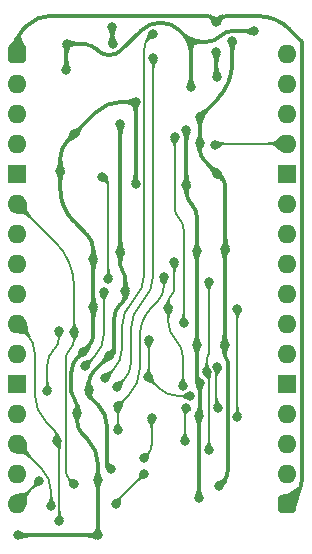
<source format=gbl>
%TF.GenerationSoftware,KiCad,Pcbnew,8.0.7*%
%TF.CreationDate,2025-02-21T15:57:54+02:00*%
%TF.ProjectId,Graphics Signals,47726170-6869-4637-9320-5369676e616c,V0*%
%TF.SameCoordinates,Original*%
%TF.FileFunction,Copper,L2,Bot*%
%TF.FilePolarity,Positive*%
%FSLAX46Y46*%
G04 Gerber Fmt 4.6, Leading zero omitted, Abs format (unit mm)*
G04 Created by KiCad (PCBNEW 8.0.7) date 2025-02-21 15:57:54*
%MOMM*%
%LPD*%
G01*
G04 APERTURE LIST*
G04 Aperture macros list*
%AMRoundRect*
0 Rectangle with rounded corners*
0 $1 Rounding radius*
0 $2 $3 $4 $5 $6 $7 $8 $9 X,Y pos of 4 corners*
0 Add a 4 corners polygon primitive as box body*
4,1,4,$2,$3,$4,$5,$6,$7,$8,$9,$2,$3,0*
0 Add four circle primitives for the rounded corners*
1,1,$1+$1,$2,$3*
1,1,$1+$1,$4,$5*
1,1,$1+$1,$6,$7*
1,1,$1+$1,$8,$9*
0 Add four rect primitives between the rounded corners*
20,1,$1+$1,$2,$3,$4,$5,0*
20,1,$1+$1,$4,$5,$6,$7,0*
20,1,$1+$1,$6,$7,$8,$9,0*
20,1,$1+$1,$8,$9,$2,$3,0*%
G04 Aperture macros list end*
%TA.AperFunction,ComponentPad*%
%ADD10O,1.600000X1.600000*%
%TD*%
%TA.AperFunction,ComponentPad*%
%ADD11R,1.600000X1.600000*%
%TD*%
%TA.AperFunction,ComponentPad*%
%ADD12RoundRect,0.400000X-0.400000X-0.400000X0.400000X-0.400000X0.400000X0.400000X-0.400000X0.400000X0*%
%TD*%
%TA.AperFunction,ViaPad*%
%ADD13C,0.800000*%
%TD*%
%TA.AperFunction,Conductor*%
%ADD14C,0.380000*%
%TD*%
%TA.AperFunction,Conductor*%
%ADD15C,0.200000*%
%TD*%
G04 APERTURE END LIST*
D10*
%TO.P,J7,32,Pin_32*%
%TO.N,MCLK*%
X22860000Y0D03*
%TO.P,J7,31,Pin_31*%
%TO.N,~{MCLK}*%
X22860000Y-2540000D03*
%TO.P,J7,30,Pin_30*%
%TO.N,unconnected-(J7-Pin_30-Pad30)*%
X22860000Y-5080000D03*
%TO.P,J7,29,Pin_29*%
%TO.N,~{Load Count Start}*%
X22860000Y-7620000D03*
D11*
%TO.P,J7,28,Pin_28*%
%TO.N,GND*%
X22860000Y-10160000D03*
D10*
%TO.P,J7,27,Pin_27*%
%TO.N,unconnected-(J7-Pin_27-Pad27)*%
X22860000Y-12700000D03*
%TO.P,J7,26,Pin_26*%
%TO.N,unconnected-(J7-Pin_26-Pad26)*%
X22860000Y-15240000D03*
%TO.P,J7,25,Pin_25*%
%TO.N,Counting*%
X22860000Y-17780000D03*
%TO.P,J7,24,Pin_24*%
%TO.N,unconnected-(J7-Pin_24-Pad24)*%
X22860000Y-20320000D03*
%TO.P,J7,23,Pin_23*%
%TO.N,CLK0*%
X22860000Y-22860000D03*
%TO.P,J7,22,Pin_22*%
%TO.N,CLK1*%
X22860000Y-25400000D03*
D11*
%TO.P,J7,21,Pin_21*%
%TO.N,GND*%
X22860000Y-27940000D03*
D10*
%TO.P,J7,20,Pin_20*%
%TO.N,CLK2*%
X22860000Y-30480000D03*
%TO.P,J7,19,Pin_19*%
%TO.N,CLK3*%
X22860000Y-33020000D03*
%TO.P,J7,18,Pin_18*%
%TO.N,~{RD}_{M}*%
X22860000Y-35560000D03*
D12*
%TO.P,J7,17,Pin_17*%
%TO.N,5V*%
X22860000Y-38100000D03*
D10*
%TO.P,J7,16,Pin_16*%
%TO.N,~{Main Write}*%
X0Y-38100000D03*
%TO.P,J7,15,Pin_15*%
%TO.N,~{Write}*%
X0Y-35560000D03*
%TO.P,J7,14,Pin_14*%
%TO.N,~{WD}_{M}*%
X0Y-33020000D03*
%TO.P,J7,13,Pin_13*%
%TO.N,unconnected-(J7-Pin_13-Pad13)*%
X0Y-30480000D03*
D11*
%TO.P,J7,12,Pin_12*%
%TO.N,GND*%
X0Y-27940000D03*
D10*
%TO.P,J7,11,Pin_11*%
%TO.N,~{Main Read}*%
X0Y-25400000D03*
%TO.P,J7,10,Pin_10*%
%TO.N,~{Read}*%
X0Y-22860000D03*
%TO.P,J7,9,Pin_9*%
%TO.N,~{Done}*%
X0Y-20320000D03*
%TO.P,J7,8,Pin_8*%
%TO.N,Transparent*%
X0Y-17780000D03*
%TO.P,J7,7,Pin_7*%
%TO.N,unconnected-(J7-Pin_7-Pad7)*%
X0Y-15240000D03*
%TO.P,J7,6,Pin_6*%
%TO.N,~{Main Access}*%
X0Y-12700000D03*
D11*
%TO.P,J7,5,Pin_5*%
%TO.N,GND*%
X0Y-10160000D03*
D10*
%TO.P,J7,4,Pin_4*%
%TO.N,unconnected-(J7-Pin_4-Pad4)*%
X0Y-7620000D03*
%TO.P,J7,3,Pin_3*%
%TO.N,Write Start*%
X0Y-5080000D03*
%TO.P,J7,2,Pin_2*%
%TO.N,CLK_{M}*%
X0Y-2540000D03*
D12*
%TO.P,J7,1,Pin_1*%
%TO.N,5V*%
X0Y0D03*
%TD*%
D13*
%TO.N,5V*%
X16891000Y127000D03*
X16954502Y-1968502D03*
X16891000Y2667000D03*
%TO.N,GND*%
X15411126Y-30672000D03*
X5091027Y-30398515D03*
X5622771Y-25243221D03*
X14351000Y-11094000D03*
X14726000Y1016000D03*
X15411126Y-37592000D03*
X10045720Y-4096877D03*
X4219125Y827000D03*
X4875996Y-6808004D03*
X15493996Y-27898000D03*
X10045000Y-11048996D03*
X6476997Y-17399003D03*
X4191000Y-1397000D03*
X14732000Y-2794000D03*
X6477000Y-21463000D03*
X14351000Y-6477000D03*
X127002Y-40767000D03*
X15240000Y-16752217D03*
X6858000Y-36068000D03*
X6858000Y-40786028D03*
X15240000Y-24638000D03*
X3683000Y-9906000D03*
X20066000Y1905000D03*
%TO.N,/3.3V*%
X15494000Y-5334000D03*
X8763000Y-16764000D03*
X17650500Y-16512500D03*
X8763000Y-5969000D03*
X6096000Y-28448000D03*
X8003000Y-35179000D03*
X16965990Y-10154364D03*
X9193411Y-20098928D03*
X8128000Y777000D03*
X15493997Y-7575342D03*
X8069054Y2277001D03*
X18238000Y1101962D03*
X17583475Y-24638000D03*
X7807435Y-25593227D03*
X17132470Y-36576000D03*
%TO.N,/~{Write Start}*%
X7239000Y-10414000D03*
X7747000Y-19049998D03*
%TO.N,/Running*%
X7366000Y-20208000D03*
X5778361Y-26434361D03*
%TO.N,/~{Counting}*%
X14054629Y-28133054D03*
X12827000Y-21577274D03*
X13335000Y-17653000D03*
%TO.N,~{Load Count Start}*%
X16764000Y-7747000D03*
%TO.N,~{Main Access}*%
X17007331Y-29972000D03*
X4826000Y-36449000D03*
X16966145Y-26502204D03*
X4848331Y-23591000D03*
%TO.N,CLK3*%
X8549349Y-29847371D03*
X12446006Y-18953000D03*
X8549349Y-31877002D03*
%TO.N,CLK0*%
X2582498Y-28575000D03*
X13355766Y-7051318D03*
X3555997Y-23495003D03*
X14116002Y-22840998D03*
%TO.N,~{Write}*%
X16069188Y-26948456D03*
X16257331Y-33528000D03*
X16258000Y-19304000D03*
%TO.N,~{Main Write}*%
X11400754Y-30874503D03*
X1905000Y-36195008D03*
X10727894Y-34275605D03*
%TO.N,~{WD}_{M}*%
X2900552Y-38286000D03*
%TO.N,~{RD}_{M}*%
X10794997Y-35560003D03*
X8381999Y-38100001D03*
%TO.N,~{Read}*%
X14224000Y-32778000D03*
X3600552Y-39566073D03*
X14351000Y-29972000D03*
X3381000Y-32778000D03*
%TO.N,~{Main Read}*%
X18669000Y-30734000D03*
X18669000Y-21590000D03*
%TO.N,MCLK*%
X7492992Y-27432000D03*
X11513000Y1651000D03*
%TO.N,CLK1*%
X14654000Y-28995178D03*
X11131490Y-27422059D03*
X11164000Y-24245000D03*
%TO.N,~{MCLK}*%
X11557000Y-381000D03*
X8485598Y-28201283D03*
%TD*%
D14*
%TO.N,/3.3V*%
X17616987Y-16546012D02*
G75*
G03*
X17583489Y-16626918I80913J-80888D01*
G01*
X6096000Y-28702000D02*
G75*
G03*
X6275607Y-29135603I613200J0D01*
G01*
X18238000Y-744019D02*
G75*
G02*
X16932695Y-3895306I-4456590J-1D01*
G01*
X8978205Y-18453794D02*
G75*
G02*
X9193362Y-18973346I-519605J-519506D01*
G01*
X17308245Y-10496619D02*
G75*
G02*
X17650512Y-11322895I-826245J-826281D01*
G01*
X17583475Y-25464109D02*
G75*
G03*
X17713485Y-25777989I443925J9D01*
G01*
X6858000Y-29718000D02*
G75*
G02*
X7620000Y-31557630I-1839630J-1839630D01*
G01*
X8255000Y-24829185D02*
G75*
G02*
X8031216Y-25369443I-764000J-15D01*
G01*
X8763000Y-17934242D02*
G75*
G03*
X8978203Y-18453796I734750J-8D01*
G01*
X9193411Y-20438758D02*
G75*
G02*
X8953112Y-21018883I-820431J8D01*
G01*
X17843500Y-35362195D02*
G75*
G02*
X17487986Y-36220486I-1213800J-5D01*
G01*
X8069054Y877627D02*
G75*
G03*
X8098510Y806456I100646J-27D01*
G01*
X8724205Y-21247794D02*
G75*
G03*
X8254978Y-22380556I1132795J-1132806D01*
G01*
X15493997Y-8128856D02*
G75*
G03*
X15885390Y-9073764I1336293J-4D01*
G01*
X7620000Y-34525178D02*
G75*
G03*
X7811494Y-34987506I653800J-22D01*
G01*
X6500231Y-26900430D02*
G75*
G03*
X6096012Y-27876331I975869J-975870D01*
G01*
X17713487Y-25777987D02*
G75*
G02*
X17843522Y-26091865I-313887J-313913D01*
G01*
%TO.N,GND*%
X5938179Y-15336179D02*
G75*
G02*
X6476994Y-16637000I-1300829J-1300821D01*
G01*
X6821431Y290567D02*
G75*
G03*
X7829530Y-126970I1008069J1008133D01*
G01*
X14726000Y-2783757D02*
G75*
G03*
X14728987Y-2791013I10200J-43D01*
G01*
X14795500Y-12763500D02*
G75*
G02*
X15239993Y-13836617I-1073100J-1073100D01*
G01*
X6477000Y-23784960D02*
G75*
G02*
X6049887Y-24816108I-1458270J0D01*
G01*
X4205062Y812937D02*
G75*
G03*
X4191005Y778987I33938J-33937D01*
G01*
X17186030Y1460500D02*
G75*
G02*
X16112912Y1015986I-1073130J1073100D01*
G01*
X10045720Y-11047766D02*
G75*
G02*
X10045375Y-11048651I-1220J-34D01*
G01*
X14351000Y-11706500D02*
G75*
G03*
X14784103Y-12752101I1478700J0D01*
G01*
X5974513Y-32644513D02*
G75*
G02*
X6858001Y-34777438I-2132923J-2132927D01*
G01*
X3683000Y-11493500D02*
G75*
G03*
X4805533Y-14203531I3832560J0D01*
G01*
X4279498Y-7404502D02*
G75*
G03*
X3683001Y-8844575I1440062J-1440068D01*
G01*
X8816421Y-4096877D02*
G75*
G03*
X6717860Y-4966105I-21J-2967823D01*
G01*
X12144530Y2618000D02*
G75*
G03*
X10472445Y1925435I-30J-2364700D01*
G01*
X4856013Y-29228986D02*
G75*
G02*
X5091044Y-29796359I-567413J-567414D01*
G01*
X15240000Y-27464401D02*
G75*
G03*
X15366998Y-27771002I433600J1D01*
G01*
X6762000Y349999D02*
G75*
G03*
X5610420Y827008I-1151600J-1151599D01*
G01*
X5091027Y-31079771D02*
G75*
G03*
X5572745Y-32242749I1644683J-9D01*
G01*
X13816589Y1925410D02*
G75*
G03*
X12144530Y2618006I-1672089J-1672110D01*
G01*
X15493996Y-30530532D02*
G75*
G02*
X15452551Y-30630555I-141496J32D01*
G01*
X18259147Y1905000D02*
G75*
G03*
X17186010Y1460520I-47J-1517600D01*
G01*
X5121885Y-25744106D02*
G75*
G03*
X4620997Y-26953351I1209235J-1209244D01*
G01*
X8837627Y290567D02*
G75*
G02*
X7829530Y-127011I-1008127J1008133D01*
G01*
X136516Y-40776514D02*
G75*
G03*
X159484Y-40786026I22984J23014D01*
G01*
X4621000Y-28661613D02*
G75*
G03*
X4856017Y-29228982I802400J13D01*
G01*
%TO.N,5V*%
X16625500Y2932500D02*
G75*
G03*
X15984526Y3198011I-641000J-641000D01*
G01*
X17758210Y3175000D02*
G75*
G03*
X17144997Y2921003I-10J-867200D01*
G01*
X538815Y2062815D02*
G75*
G03*
X0Y762000I1300815J-1300815D01*
G01*
X24094826Y1051173D02*
G75*
G02*
X24160623Y910027I-161026J-160973D01*
G01*
X23062210Y2083789D02*
G75*
G03*
X20427795Y3175004I-2634410J-2634389D01*
G01*
X16891000Y-1860097D02*
G75*
G03*
X16922751Y-1936751I108400J-3D01*
G01*
X24160643Y910029D02*
G75*
G02*
X24168766Y744618I-2161143J-189029D01*
G01*
X24169612Y667284D02*
G75*
G02*
X24171359Y346885I-29396206J-320489D01*
G01*
X24171359Y-35861370D02*
G75*
G02*
X23515679Y-37444320I-2238629J0D01*
G01*
X2857696Y3198000D02*
G75*
G03*
X837001Y2360999I4J-2857700D01*
G01*
D15*
%TO.N,~{MCLK}*%
X11557000Y-18747804D02*
G75*
G02*
X10604500Y-21047343I-3252050J4D01*
G01*
X9652000Y-26210110D02*
G75*
G02*
X9068800Y-27618083I-1991200J10D01*
G01*
X10604500Y-21047343D02*
G75*
G03*
X9651976Y-23346881I2299500J-2299557D01*
G01*
%TO.N,CLK1*%
X11164000Y-27366560D02*
G75*
G02*
X11147765Y-27405824I-55500J-40D01*
G01*
X12015395Y-28305964D02*
G75*
G03*
X13679304Y-28995188I1663905J1663864D01*
G01*
%TO.N,MCLK*%
X11154000Y1292000D02*
G75*
G03*
X10795001Y425297I866700J-866700D01*
G01*
X9842500Y-20891500D02*
G75*
G03*
X8890003Y-23191038I2299530J-2299530D01*
G01*
X10795000Y-18591961D02*
G75*
G02*
X9842502Y-20891502I-3252050J1D01*
G01*
X8890000Y-25047158D02*
G75*
G02*
X8191494Y-26733494I-2384850J8D01*
G01*
%TO.N,~{Read}*%
X1524000Y-28912902D02*
G75*
G03*
X2452501Y-31154499I3170100J2D01*
G01*
X3135280Y-31837280D02*
G75*
G02*
X3381011Y-32430500I-593180J-593220D01*
G01*
X762000Y-23622000D02*
G75*
G02*
X1524000Y-25461630I-1839635J-1839632D01*
G01*
X14287500Y-30035500D02*
G75*
G03*
X14224001Y-30188802I153300J-153300D01*
G01*
X3490776Y-32887776D02*
G75*
G02*
X3600567Y-33152798I-264976J-265024D01*
G01*
%TO.N,~{RD}_{M}*%
X8426900Y-37928099D02*
G75*
G03*
X8381999Y-38036501I108400J-108401D01*
G01*
%TO.N,~{WD}_{M}*%
X2064239Y-35084239D02*
G75*
G02*
X2900554Y-37103276I-2019039J-2019041D01*
G01*
%TO.N,~{Main Write}*%
X11400754Y-33126961D02*
G75*
G02*
X11064326Y-33939177I-1148654J1D01*
G01*
%TO.N,~{Write}*%
X16163594Y-25621406D02*
G75*
G03*
X16069201Y-25849322I227906J-227894D01*
G01*
X16163259Y-27042527D02*
G75*
G02*
X16257291Y-27269636I-227159J-227073D01*
G01*
X16258000Y-25393489D02*
G75*
G02*
X16163595Y-25621407I-322300J-11D01*
G01*
%TO.N,CLK0*%
X13355766Y-13051431D02*
G75*
G03*
X13735885Y-13969117I1297804J1D01*
G01*
X3069247Y-25124749D02*
G75*
G03*
X2582498Y-26299866I1175103J-1175111D01*
G01*
X3555997Y-24066501D02*
G75*
G02*
X3151887Y-25042111I-1379727J1D01*
G01*
X13735884Y-13969118D02*
G75*
G02*
X14116000Y-14886804I-917684J-917682D01*
G01*
%TO.N,CLK3*%
X10414000Y-26664212D02*
G75*
G02*
X9481674Y-28915045I-3183160J2D01*
G01*
X11430002Y-21462996D02*
G75*
G03*
X10414002Y-23915845I2452848J-2452844D01*
G01*
X12446006Y-19699997D02*
G75*
G02*
X11917800Y-20975201I-1803406J-3D01*
G01*
%TO.N,~{Main Access}*%
X16928572Y-26539776D02*
G75*
G03*
X16890994Y-26630484I90728J-90724D01*
G01*
X4131000Y-35262560D02*
G75*
G03*
X4478500Y-36101500I1186440J0D01*
G01*
X4848331Y-24175439D02*
G75*
G02*
X4489668Y-25041337I-1224571J-1D01*
G01*
X3254538Y-15954538D02*
G75*
G02*
X4848331Y-19802294I-3847761J-3847758D01*
G01*
X4489665Y-25041334D02*
G75*
G03*
X4131032Y-25907229I865935J-865866D01*
G01*
X16891000Y-29773410D02*
G75*
G03*
X16949168Y-29913831I198600J10D01*
G01*
%TO.N,~{Load Count Start}*%
X16980802Y-7620000D02*
G75*
G03*
X16827499Y-7683499I-2J-216800D01*
G01*
%TO.N,/~{Counting}*%
X13440814Y-24235814D02*
G75*
G02*
X14054623Y-25717693I-1481914J-1481886D01*
G01*
X12827000Y-22753935D02*
G75*
G03*
X13440812Y-24235816I2095690J-5D01*
G01*
X13081000Y-20447000D02*
G75*
G03*
X12827004Y-21060210I613200J-613200D01*
G01*
X13335000Y-19833789D02*
G75*
G02*
X13081003Y-20447003I-867200J-11D01*
G01*
%TO.N,/Running*%
X7366000Y-23724091D02*
G75*
G02*
X6572182Y-25640543I-2710280J1D01*
G01*
%TO.N,/~{Write Start}*%
X7493000Y-10668000D02*
G75*
G02*
X7746996Y-11281210I-613200J-613200D01*
G01*
D14*
%TO.N,/3.3V*%
X17583475Y-25464109D02*
X17583475Y-24638000D01*
X17843500Y-35362195D02*
X17843500Y-26091865D01*
X17583475Y-16626918D02*
X17583475Y-24638000D01*
X17616987Y-16546012D02*
X17650500Y-16512500D01*
X17487985Y-36220485D02*
X17132470Y-36576000D01*
X8953114Y-21018885D02*
X8724205Y-21247794D01*
X8255000Y-24829185D02*
X8255000Y-22380556D01*
X9193411Y-20098928D02*
X9193411Y-20438758D01*
X8031217Y-25369444D02*
X7807435Y-25593227D01*
%TO.N,GND*%
X6476997Y-16637000D02*
X6476997Y-17399003D01*
X5938179Y-15336179D02*
X4805532Y-14203532D01*
X3683000Y-9906000D02*
X3683000Y-11493500D01*
X6477000Y-17399006D02*
X6477000Y-21463000D01*
X6477000Y-17399006D02*
X6476997Y-17399003D01*
X14351000Y-11706500D02*
X14351000Y-11094000D01*
X14795500Y-12763500D02*
X14784102Y-12752102D01*
X15240000Y-13836617D02*
X15240000Y-16752217D01*
X14351000Y-6477000D02*
X14351000Y-11094000D01*
D15*
%TO.N,CLK0*%
X14116002Y-14886804D02*
X14116002Y-22840998D01*
X13355766Y-7051318D02*
X13355766Y-13051431D01*
D14*
%TO.N,/3.3V*%
X8763000Y-16764000D02*
X8763000Y-17934242D01*
X9193411Y-18973346D02*
X9193411Y-20098928D01*
D15*
%TO.N,/~{Counting}*%
X12827000Y-21060210D02*
X12827000Y-21577274D01*
X13335000Y-19833789D02*
X13335000Y-17653000D01*
X14054629Y-25717693D02*
X14054629Y-28133054D01*
X12827000Y-22753935D02*
X12827000Y-21577274D01*
%TO.N,CLK0*%
X3069247Y-25124749D02*
X3151886Y-25042110D01*
X2582498Y-26299866D02*
X2582498Y-28575000D01*
X3555997Y-24066501D02*
X3555997Y-23495003D01*
%TO.N,~{Main Access}*%
X4848331Y-24175439D02*
X4848331Y-23591000D01*
X4131000Y-35262560D02*
X4131000Y-25907229D01*
D14*
%TO.N,GND*%
X15240000Y-16752217D02*
X15240000Y-24638000D01*
X15240000Y-24638000D02*
X15240000Y-27464401D01*
X15493996Y-27898000D02*
X15366998Y-27771002D01*
%TO.N,5V*%
X0Y762000D02*
X0Y0D01*
X538815Y2062815D02*
X837000Y2361000D01*
X16891000Y2667000D02*
X16625500Y2932500D01*
X15984526Y3198000D02*
X2857696Y3198000D01*
X16891000Y2667000D02*
X17145000Y2921000D01*
X24094826Y1051173D02*
X23062210Y2083789D01*
X17758210Y3175000D02*
X20427795Y3175000D01*
X24171359Y346885D02*
X24171359Y-35861370D01*
X23515679Y-37444320D02*
X22860000Y-38100000D01*
X24168769Y744618D02*
X24169612Y667284D01*
D15*
%TO.N,/Running*%
X7366000Y-20208000D02*
X7366000Y-23724091D01*
X6572180Y-25640541D02*
X5778361Y-26434361D01*
%TO.N,CLK3*%
X9481674Y-28915045D02*
X8549349Y-29847371D01*
X11430002Y-21462996D02*
X11917799Y-20975200D01*
X12446006Y-18953000D02*
X12446006Y-19699997D01*
X10414000Y-26664212D02*
X10414000Y-23915845D01*
%TO.N,~{Main Read}*%
X18669000Y-21590000D02*
X18669000Y-30734000D01*
D14*
%TO.N,GND*%
X20066000Y1905000D02*
X18259147Y1905000D01*
X14726000Y1016000D02*
X16112912Y1015999D01*
%TO.N,/3.3V*%
X16932694Y-3895305D02*
X15494000Y-5334000D01*
X18238000Y-744019D02*
X18238000Y1101962D01*
X15494000Y-7575339D02*
X15493997Y-7575342D01*
X16965990Y-10154364D02*
X15885390Y-9073764D01*
X15494000Y-7575339D02*
X15494000Y-5334000D01*
X15493997Y-7575342D02*
X15493997Y-8128856D01*
%TO.N,GND*%
X4875996Y-6808004D02*
X4279498Y-7404502D01*
X10045720Y-4096877D02*
X8816421Y-4096877D01*
X3683000Y-9906000D02*
X3683000Y-8844575D01*
X4875996Y-6808004D02*
X6717877Y-4966122D01*
D15*
%TO.N,~{Main Write}*%
X1904992Y-36195008D02*
X1905000Y-36195008D01*
X1904992Y-36195008D02*
X0Y-38100000D01*
%TO.N,~{Main Access}*%
X4478500Y-36101500D02*
X4826000Y-36449000D01*
%TO.N,~{Read}*%
X3381000Y-32430500D02*
X3381000Y-32778000D01*
X2452500Y-31154500D02*
X3135280Y-31837280D01*
X3381000Y-32778000D02*
X3490776Y-32887776D01*
X3600552Y-39566073D02*
X3600552Y-33152798D01*
X1524000Y-28912902D02*
X1524000Y-25461630D01*
X762000Y-23622000D02*
X0Y-22860000D01*
D14*
%TO.N,GND*%
X5622771Y-25243221D02*
X5121885Y-25744106D01*
X4621000Y-26953351D02*
X4621000Y-28661613D01*
X5091027Y-30398515D02*
X5091027Y-29796359D01*
%TO.N,/3.3V*%
X6096000Y-28448000D02*
X6096000Y-27876331D01*
X7807435Y-25593227D02*
X6500231Y-26900430D01*
D15*
%TO.N,MCLK*%
X8890000Y-23191038D02*
X8890000Y-25047158D01*
X11154000Y1292000D02*
X11513000Y1651000D01*
X7492992Y-27432000D02*
X8191496Y-26733496D01*
X10795000Y425297D02*
X10795000Y-18591961D01*
D14*
%TO.N,/3.3V*%
X6275605Y-29135605D02*
X6858000Y-29718000D01*
X7620000Y-31557630D02*
X7620000Y-34525178D01*
X7811500Y-34987500D02*
X8003000Y-35179000D01*
X6096000Y-28702000D02*
X6096000Y-28448000D01*
%TO.N,5V*%
X16891000Y127000D02*
X16891000Y-1860097D01*
X16922751Y-1936751D02*
X16954502Y-1968502D01*
%TO.N,GND*%
X15411126Y-30672000D02*
X15452561Y-30630565D01*
X14729000Y-2791000D02*
X14732000Y-2794000D01*
X6821431Y290567D02*
X6762000Y349999D01*
X4219125Y827000D02*
X5610420Y826999D01*
X4191000Y-1397000D02*
X4191000Y778987D01*
X6858000Y-40786028D02*
X159484Y-40786028D01*
X10472470Y1925410D02*
X8837627Y290567D01*
X6477000Y-23784960D02*
X6477000Y-21463000D01*
X10045720Y-4096877D02*
X10045720Y-11047766D01*
X10045000Y-11048996D02*
X10045360Y-11048636D01*
X14726000Y1016000D02*
X13816589Y1925410D01*
X6049885Y-24816106D02*
X5622771Y-25243221D01*
X5974513Y-32644513D02*
X5572747Y-32242747D01*
X14726000Y-2783757D02*
X14726000Y1016000D01*
X15493996Y-27898000D02*
X15493996Y-30530532D01*
X4219125Y827000D02*
X4205062Y812937D01*
X127002Y-40767000D02*
X136516Y-40776514D01*
X5091027Y-30398515D02*
X5091027Y-31079771D01*
X6858000Y-40786028D02*
X6858000Y-36068000D01*
X6858000Y-36068000D02*
X6858000Y-34777438D01*
X15411126Y-30672000D02*
X15411126Y-37592000D01*
%TO.N,/3.3V*%
X17650500Y-11322895D02*
X17650500Y-16512500D01*
X8763000Y-5969000D02*
X8763000Y-16764000D01*
X8128000Y777000D02*
X8098527Y806473D01*
X8069054Y2277001D02*
X8069054Y877627D01*
X17308245Y-10496619D02*
X16965990Y-10154364D01*
D15*
%TO.N,/~{Write Start}*%
X7747000Y-19049998D02*
X7747000Y-11281210D01*
X7493000Y-10668000D02*
X7239000Y-10414000D01*
%TO.N,~{Load Count Start}*%
X16980802Y-7620000D02*
X22860000Y-7620000D01*
X16764000Y-7747000D02*
X16827500Y-7683500D01*
%TO.N,~{Main Access}*%
X4848331Y-23591000D02*
X4848331Y-19802294D01*
X3254538Y-15954538D02*
X0Y-12700000D01*
X16891000Y-26630484D02*
X16891000Y-29773410D01*
X17007331Y-29972000D02*
X16949165Y-29913834D01*
X16928572Y-26539776D02*
X16966145Y-26502204D01*
%TO.N,CLK3*%
X8549349Y-29847371D02*
X8549349Y-31877002D01*
%TO.N,~{Write}*%
X16257331Y-33528000D02*
X16257331Y-27269636D01*
X16163259Y-27042527D02*
X16069188Y-26948456D01*
X16069188Y-25849322D02*
X16069188Y-26948456D01*
X16258000Y-19304000D02*
X16258000Y-25393489D01*
%TO.N,~{Main Write}*%
X11400754Y-33126961D02*
X11400754Y-30874503D01*
X11064324Y-33939175D02*
X10727894Y-34275605D01*
%TO.N,~{WD}_{M}*%
X2064239Y-35084239D02*
X0Y-33020000D01*
X2900552Y-38286000D02*
X2900552Y-37103276D01*
%TO.N,~{RD}_{M}*%
X8381999Y-38100001D02*
X8381999Y-38036501D01*
X8426900Y-37928099D02*
X10794997Y-35560003D01*
%TO.N,~{Read}*%
X14351000Y-29972000D02*
X14287500Y-30035500D01*
X14224000Y-32778000D02*
X14224000Y-30188802D01*
%TO.N,CLK1*%
X11164000Y-27366560D02*
X11164000Y-24245000D01*
X11147745Y-27405804D02*
X11131490Y-27422059D01*
X12015395Y-28305964D02*
X11131490Y-27422059D01*
X14654000Y-28995178D02*
X13679304Y-28995178D01*
%TO.N,~{MCLK}*%
X8485598Y-28201283D02*
X9068799Y-27618082D01*
X11557000Y-18747804D02*
X11557000Y-381000D01*
X9652000Y-26210110D02*
X9652000Y-23346881D01*
%TD*%
%TA.AperFunction,Conductor*%
%TO.N,/3.3V*%
G36*
X6482370Y-28447975D02*
G01*
X6490635Y-28451416D01*
X6494047Y-28459696D01*
X6493908Y-28461470D01*
X6471750Y-28604172D01*
X6471007Y-28606834D01*
X6435432Y-28693171D01*
X6421057Y-28728058D01*
X6421046Y-28728086D01*
X6378923Y-28831833D01*
X6379500Y-28933195D01*
X6451764Y-29040455D01*
X6453545Y-29049231D01*
X6450334Y-29055265D01*
X6196841Y-29308758D01*
X6188568Y-29312185D01*
X6180295Y-29308758D01*
X6180178Y-29308639D01*
X6040665Y-29165087D01*
X6040092Y-29164454D01*
X5943149Y-29048927D01*
X5942189Y-29047604D01*
X5873121Y-28937027D01*
X5872438Y-28935768D01*
X5808288Y-28798003D01*
X5808090Y-28797554D01*
X5730930Y-28611861D01*
X5730921Y-28602910D01*
X5737232Y-28596576D01*
X6093123Y-28448197D01*
X6097643Y-28447297D01*
X6482370Y-28447975D01*
G37*
%TD.AperFunction*%
%TD*%
%TA.AperFunction,Conductor*%
%TO.N,/3.3V*%
G36*
X8420403Y-24979653D02*
G01*
X8427847Y-24984628D01*
X8429594Y-24993411D01*
X8429559Y-24993580D01*
X8390209Y-25177136D01*
X8390056Y-25177766D01*
X8352838Y-25314058D01*
X8352550Y-25314965D01*
X8310837Y-25429977D01*
X8310616Y-25430540D01*
X8255176Y-25561799D01*
X8255171Y-25561812D01*
X8181504Y-25735640D01*
X8175120Y-25741921D01*
X8166280Y-25741895D01*
X7809417Y-25595102D01*
X7805578Y-25592538D01*
X7534267Y-25320099D01*
X7530857Y-25311819D01*
X7534301Y-25303553D01*
X7535698Y-25302365D01*
X7663501Y-25210101D01*
X7666319Y-25208603D01*
X7796136Y-25161030D01*
X7796381Y-25160945D01*
X7911063Y-25123177D01*
X8001381Y-25053026D01*
X8055743Y-24916869D01*
X8061992Y-24910458D01*
X8068888Y-24909734D01*
X8420403Y-24979653D01*
G37*
%TD.AperFunction*%
%TD*%
%TA.AperFunction,Conductor*%
%TO.N,/3.3V*%
G36*
X9196136Y-20099002D02*
G01*
X9552403Y-20247596D01*
X9558719Y-20253943D01*
X9558795Y-20262656D01*
X9490059Y-20438395D01*
X9441556Y-20572675D01*
X9441404Y-20573074D01*
X9395660Y-20686576D01*
X9395190Y-20687598D01*
X9330407Y-20812246D01*
X9329922Y-20813090D01*
X9230321Y-20971070D01*
X9223010Y-20976241D01*
X9214184Y-20974727D01*
X9213924Y-20974558D01*
X8915955Y-20775459D01*
X8910980Y-20768013D01*
X8911653Y-20761237D01*
X8968675Y-20624295D01*
X8949346Y-20509619D01*
X8888313Y-20400928D01*
X8888103Y-20400534D01*
X8824261Y-20273834D01*
X8823184Y-20270576D01*
X8795782Y-20112599D01*
X8797745Y-20103861D01*
X8805310Y-20099071D01*
X8807283Y-20098899D01*
X9191616Y-20098101D01*
X9196136Y-20099002D01*
G37*
%TD.AperFunction*%
%TD*%
%TA.AperFunction,Conductor*%
%TO.N,/3.3V*%
G36*
X7808748Y-34508734D02*
G01*
X7811932Y-34514633D01*
X7838587Y-34643285D01*
X7914795Y-34713194D01*
X8024294Y-34753198D01*
X8024287Y-34753215D01*
X8024390Y-34753234D01*
X8151327Y-34800928D01*
X8153991Y-34802345D01*
X8274588Y-34888149D01*
X8279342Y-34895737D01*
X8277338Y-34904465D01*
X8276093Y-34905941D01*
X8004659Y-35178334D01*
X8000823Y-35180895D01*
X7644127Y-35327678D01*
X7635173Y-35327657D01*
X7628914Y-35321451D01*
X7549756Y-35135988D01*
X7549691Y-35135832D01*
X7491691Y-34994323D01*
X7491280Y-34993144D01*
X7465567Y-34904465D01*
X7454945Y-34867830D01*
X7454578Y-34866060D01*
X7435592Y-34717586D01*
X7435503Y-34716432D01*
X7430313Y-34517312D01*
X7433523Y-34508952D01*
X7441704Y-34505311D01*
X7442009Y-34505307D01*
X7800475Y-34505307D01*
X7808748Y-34508734D01*
G37*
%TD.AperFunction*%
%TD*%
%TA.AperFunction,Conductor*%
%TO.N,GND*%
G36*
X15428008Y-27188721D02*
G01*
X15431336Y-27195472D01*
X15447324Y-27317303D01*
X15495844Y-27399668D01*
X15495845Y-27399669D01*
X15495846Y-27399670D01*
X15570389Y-27459020D01*
X15570393Y-27459023D01*
X15665220Y-27521606D01*
X15666295Y-27522408D01*
X15767073Y-27606963D01*
X15771208Y-27614906D01*
X15768516Y-27623446D01*
X15767841Y-27624185D01*
X15497437Y-27895546D01*
X15489170Y-27898987D01*
X15489120Y-27898987D01*
X15105368Y-27898028D01*
X15097103Y-27894580D01*
X15093702Y-27886632D01*
X15089420Y-27721053D01*
X15078509Y-27595715D01*
X15065505Y-27487736D01*
X15065472Y-27487427D01*
X15054603Y-27362571D01*
X15054566Y-27361901D01*
X15050310Y-27197295D01*
X15053522Y-27188937D01*
X15061704Y-27185298D01*
X15062006Y-27185294D01*
X15419735Y-27185294D01*
X15428008Y-27188721D01*
G37*
%TD.AperFunction*%
%TD*%
%TA.AperFunction,Conductor*%
%TO.N,5V*%
G36*
X16350793Y3324758D02*
G01*
X16514648Y3256782D01*
X16514662Y3256776D01*
X16638541Y3205204D01*
X16638548Y3205201D01*
X16745507Y3160587D01*
X16869397Y3109012D01*
X17033298Y3041021D01*
X17039627Y3034686D01*
X17039636Y3025764D01*
X16892819Y2668796D01*
X16890253Y2664956D01*
X16757109Y2532424D01*
X16617732Y2393688D01*
X16609451Y2390280D01*
X16601186Y2393726D01*
X16600101Y2394983D01*
X16499934Y2529611D01*
X16498395Y2532416D01*
X16448423Y2663618D01*
X16448211Y2664229D01*
X16410884Y2782948D01*
X16410884Y2782949D01*
X16341398Y2887775D01*
X16341397Y2887777D01*
X16203047Y2972945D01*
X16197799Y2980200D01*
X16198372Y2987386D01*
X16214270Y3025764D01*
X16335501Y3318429D01*
X16341833Y3324760D01*
X16350788Y3324760D01*
X16350793Y3324758D01*
G37*
%TD.AperFunction*%
%TD*%
%TA.AperFunction,Conductor*%
%TO.N,5V*%
G36*
X17482769Y3325793D02*
G01*
X17488011Y3318534D01*
X17488102Y3318117D01*
X17558006Y2966669D01*
X17556259Y2957887D01*
X17551086Y2953611D01*
X17413044Y2895282D01*
X17413043Y2895281D01*
X17347953Y2796811D01*
X17347952Y2796810D01*
X17317745Y2672349D01*
X17317579Y2671738D01*
X17275804Y2532873D01*
X17274229Y2529598D01*
X17181801Y2395686D01*
X17174281Y2390824D01*
X17165526Y2392703D01*
X17163921Y2394037D01*
X16891686Y2665145D01*
X16889125Y2668980D01*
X16742236Y3026076D01*
X16742258Y3035030D01*
X16748259Y3041197D01*
X16920383Y3118576D01*
X16920384Y3118576D01*
X17047880Y3183621D01*
X17048128Y3183744D01*
X17158621Y3236860D01*
X17159793Y3237347D01*
X17291725Y3283957D01*
X17292923Y3284309D01*
X17473928Y3327219D01*
X17482769Y3325793D01*
G37*
%TD.AperFunction*%
%TD*%
%TA.AperFunction,Conductor*%
%TO.N,5V*%
G36*
X33926Y1666736D02*
G01*
X34365Y1666496D01*
X349055Y1484810D01*
X354291Y1478417D01*
X436213Y1235581D01*
X519550Y1019105D01*
X602882Y833208D01*
X602885Y833203D01*
X616502Y807818D01*
X686217Y677860D01*
X729931Y612400D01*
X763276Y562470D01*
X765021Y553686D01*
X760378Y546474D01*
X7580Y4947D01*
X-1137Y2898D01*
X-7530Y6178D01*
X-674064Y674046D01*
X-677483Y682323D01*
X-674048Y690592D01*
X-673534Y691075D01*
X-541525Y807818D01*
X-541512Y807830D01*
X-400187Y969296D01*
X-258865Y1167240D01*
X-117528Y1401693D01*
X-23070Y1582769D01*
X18142Y1661774D01*
X25006Y1667524D01*
X33926Y1666736D01*
G37*
%TD.AperFunction*%
%TD*%
%TA.AperFunction,Conductor*%
%TO.N,5V*%
G36*
X23814797Y-36682574D02*
G01*
X24148901Y-36820959D01*
X24155232Y-36827289D01*
X24155232Y-36836244D01*
X24155222Y-36836269D01*
X24059787Y-37065219D01*
X23959832Y-37341618D01*
X23859894Y-37654563D01*
X23759949Y-38004131D01*
X23663220Y-38377879D01*
X23657829Y-38385030D01*
X23648962Y-38386275D01*
X23647915Y-38385951D01*
X22864188Y-38102575D01*
X22857573Y-38096539D01*
X22857563Y-38096519D01*
X22814463Y-38004146D01*
X22492269Y-37313605D01*
X22491877Y-37304659D01*
X22497925Y-37298055D01*
X22500659Y-37297170D01*
X22750468Y-37249206D01*
X23015016Y-37161812D01*
X23279563Y-37037819D01*
X23544111Y-36877225D01*
X23803332Y-36684002D01*
X23812011Y-36681807D01*
X23814797Y-36682574D01*
G37*
%TD.AperFunction*%
%TD*%
%TA.AperFunction,Conductor*%
%TO.N,~{Read}*%
G36*
X3350110Y-31952392D02*
G01*
X3387449Y-32006344D01*
X3456019Y-32105421D01*
X3489156Y-32151514D01*
X3538227Y-32219773D01*
X3538499Y-32220169D01*
X3604886Y-32321013D01*
X3605435Y-32321935D01*
X3670842Y-32444424D01*
X3671225Y-32445210D01*
X3745729Y-32614001D01*
X3745934Y-32622954D01*
X3739750Y-32629430D01*
X3739529Y-32629524D01*
X3386052Y-32776955D01*
X3377097Y-32776977D01*
X3377044Y-32776955D01*
X3023440Y-32629913D01*
X3017116Y-32623572D01*
X3017129Y-32614618D01*
X3017646Y-32613535D01*
X3087858Y-32484505D01*
X3088676Y-32483211D01*
X3166517Y-32376520D01*
X3223001Y-32282671D01*
X3234359Y-32181955D01*
X3181291Y-32063056D01*
X3181049Y-32054106D01*
X3185474Y-32048562D01*
X3333990Y-31949321D01*
X3342771Y-31947575D01*
X3350110Y-31952392D01*
G37*
%TD.AperFunction*%
%TD*%
%TA.AperFunction,Conductor*%
%TO.N,~{Read}*%
G36*
X3768777Y-32777969D02*
G01*
X3777041Y-32781417D01*
X3780447Y-32789698D01*
X3780434Y-32790210D01*
X3772662Y-32957990D01*
X3772534Y-32959259D01*
X3752736Y-33085702D01*
X3752611Y-33086374D01*
X3728868Y-33195729D01*
X3728865Y-33195748D01*
X3708917Y-33323139D01*
X3708916Y-33323148D01*
X3701069Y-33492617D01*
X3697264Y-33500723D01*
X3689382Y-33503776D01*
X3510597Y-33503776D01*
X3502324Y-33500349D01*
X3499032Y-33493847D01*
X3479014Y-33363124D01*
X3419842Y-33279536D01*
X3419839Y-33279534D01*
X3331198Y-33221981D01*
X3331186Y-33221973D01*
X3222055Y-33159886D01*
X3220527Y-33158849D01*
X3108336Y-33068995D01*
X3104021Y-33061149D01*
X3106518Y-33052549D01*
X3107349Y-33051618D01*
X3377559Y-32780452D01*
X3385824Y-32777012D01*
X3768777Y-32777969D01*
G37*
%TD.AperFunction*%
%TD*%
%TA.AperFunction,Conductor*%
%TO.N,/~{Write Start}*%
G36*
X7606527Y-10265465D02*
G01*
X7612843Y-10271812D01*
X7612907Y-10271970D01*
X7680546Y-10443475D01*
X7680786Y-10444143D01*
X7723794Y-10576123D01*
X7724060Y-10577071D01*
X7751593Y-10694232D01*
X7751710Y-10694791D01*
X7776362Y-10828747D01*
X7777093Y-10832720D01*
X7777097Y-10832742D01*
X7777096Y-10832742D01*
X7811396Y-11015039D01*
X7809558Y-11023803D01*
X7802180Y-11028677D01*
X7627011Y-11063518D01*
X7618229Y-11061771D01*
X7613825Y-11056282D01*
X7566255Y-10933883D01*
X7484993Y-10871917D01*
X7376140Y-10847534D01*
X7243104Y-10828863D01*
X7241481Y-10828517D01*
X7098475Y-10787179D01*
X7091479Y-10781589D01*
X7090484Y-10772690D01*
X7090902Y-10771493D01*
X7236947Y-10417522D01*
X7243269Y-10411183D01*
X7597573Y-10265443D01*
X7606527Y-10265465D01*
G37*
%TD.AperFunction*%
%TD*%
%TA.AperFunction,Conductor*%
%TO.N,/3.3V*%
G36*
X17942004Y-24786477D02*
G01*
X17948322Y-24792824D01*
X17948301Y-24801778D01*
X17948207Y-24801999D01*
X17885033Y-24945195D01*
X17884968Y-24945337D01*
X17834333Y-25056076D01*
X17834328Y-25056089D01*
X17799677Y-25154585D01*
X17779815Y-25271580D01*
X17773904Y-25426745D01*
X17770164Y-25434882D01*
X17762212Y-25438000D01*
X17404738Y-25438000D01*
X17396465Y-25434573D01*
X17393046Y-25426746D01*
X17393046Y-25426745D01*
X17387133Y-25271587D01*
X17367269Y-25154582D01*
X17332620Y-25056091D01*
X17332618Y-25056087D01*
X17332614Y-25056076D01*
X17281979Y-24945338D01*
X17281914Y-24945195D01*
X17218741Y-24801996D01*
X17218538Y-24793046D01*
X17224725Y-24786571D01*
X17224874Y-24786506D01*
X17578975Y-24638875D01*
X17587924Y-24638855D01*
X17942004Y-24786477D01*
G37*
%TD.AperFunction*%
%TD*%
%TA.AperFunction,Conductor*%
%TO.N,/3.3V*%
G36*
X17770485Y-23841427D02*
G01*
X17773904Y-23849255D01*
X17779815Y-24004418D01*
X17799677Y-24121412D01*
X17834328Y-24219908D01*
X17834333Y-24219921D01*
X17884958Y-24330636D01*
X17885023Y-24330779D01*
X17948207Y-24474001D01*
X17948411Y-24482953D01*
X17942224Y-24489428D01*
X17942004Y-24489522D01*
X17587977Y-24637123D01*
X17579023Y-24637144D01*
X17578973Y-24637123D01*
X17224945Y-24489522D01*
X17218627Y-24483175D01*
X17218648Y-24474221D01*
X17218711Y-24474071D01*
X17281925Y-24330779D01*
X17332620Y-24219907D01*
X17367269Y-24121416D01*
X17387133Y-24004412D01*
X17393046Y-23849253D01*
X17396786Y-23841118D01*
X17404738Y-23838000D01*
X17762212Y-23838000D01*
X17770485Y-23841427D01*
G37*
%TD.AperFunction*%
%TD*%
%TA.AperFunction,Conductor*%
%TO.N,/3.3V*%
G36*
X17652671Y-16512405D02*
G01*
X18008564Y-16660783D01*
X18014882Y-16667130D01*
X18014861Y-16676084D01*
X18014563Y-16676742D01*
X17944723Y-16818882D01*
X17944120Y-16819960D01*
X17877059Y-16926369D01*
X17822806Y-17019734D01*
X17822801Y-17019745D01*
X17786631Y-17132879D01*
X17786630Y-17132883D01*
X17774328Y-17288391D01*
X17770259Y-17296368D01*
X17762664Y-17299168D01*
X17404325Y-17299168D01*
X17396052Y-17295741D01*
X17392658Y-17288349D01*
X17380920Y-17132883D01*
X17378605Y-17102218D01*
X17378604Y-17102214D01*
X17343152Y-16964709D01*
X17343144Y-16964684D01*
X17301009Y-16847481D01*
X17300690Y-16846444D01*
X17265629Y-16710458D01*
X17265291Y-16708418D01*
X17262174Y-16667130D01*
X17251447Y-16525047D01*
X17254241Y-16516541D01*
X17262233Y-16512501D01*
X17263070Y-16512468D01*
X17648148Y-16511505D01*
X17652671Y-16512405D01*
G37*
%TD.AperFunction*%
%TD*%
%TA.AperFunction,Conductor*%
%TO.N,/3.3V*%
G36*
X17506657Y-35916115D02*
G01*
X17825259Y-36078449D01*
X17831074Y-36085258D01*
X17830372Y-36094186D01*
X17830276Y-36094370D01*
X17751266Y-36242845D01*
X17751075Y-36243190D01*
X17687144Y-36354149D01*
X17632093Y-36450192D01*
X17574284Y-36564182D01*
X17574282Y-36564188D01*
X17506612Y-36718598D01*
X17500153Y-36724800D01*
X17491446Y-36724723D01*
X17136527Y-36578746D01*
X17130179Y-36572429D01*
X17130159Y-36572382D01*
X16984169Y-36218031D01*
X16984186Y-36209076D01*
X16990530Y-36202756D01*
X16991267Y-36202480D01*
X17125530Y-36157610D01*
X17126493Y-36157335D01*
X17241677Y-36129778D01*
X17335840Y-36097090D01*
X17335840Y-36097089D01*
X17335842Y-36097089D01*
X17417903Y-36033058D01*
X17417903Y-36033057D01*
X17417905Y-36033056D01*
X17491546Y-35920148D01*
X17498936Y-35915092D01*
X17506657Y-35916115D01*
G37*
%TD.AperFunction*%
%TD*%
%TA.AperFunction,Conductor*%
%TO.N,GND*%
G36*
X6664067Y-16637684D02*
G01*
X6667598Y-16645429D01*
X6675734Y-16791952D01*
X6697071Y-16902412D01*
X6731978Y-16995157D01*
X6731983Y-16995169D01*
X6731986Y-16995176D01*
X6744142Y-17020879D01*
X6781423Y-17099704D01*
X6781534Y-17099946D01*
X6841673Y-17234982D01*
X6841908Y-17243934D01*
X6835745Y-17250430D01*
X6835487Y-17250541D01*
X6481512Y-17398125D01*
X6472559Y-17398145D01*
X6363978Y-17352878D01*
X6118574Y-17250569D01*
X6112256Y-17244223D01*
X6112277Y-17235268D01*
X6112401Y-17234982D01*
X6172943Y-17101249D01*
X6173104Y-17100911D01*
X6173701Y-17099704D01*
X6224245Y-16997433D01*
X6260647Y-16905579D01*
X6281733Y-16796155D01*
X6286641Y-16650923D01*
X6290345Y-16642772D01*
X6298161Y-16639621D01*
X6655746Y-16634379D01*
X6664067Y-16637684D01*
G37*
%TD.AperFunction*%
%TD*%
%TA.AperFunction,Conductor*%
%TO.N,GND*%
G36*
X4041529Y-10054477D02*
G01*
X4047847Y-10060824D01*
X4047826Y-10069778D01*
X4047732Y-10069999D01*
X3984558Y-10213195D01*
X3984493Y-10213337D01*
X3933858Y-10324076D01*
X3933853Y-10324089D01*
X3899202Y-10422585D01*
X3879340Y-10539580D01*
X3873429Y-10694745D01*
X3869689Y-10702882D01*
X3861737Y-10706000D01*
X3504263Y-10706000D01*
X3495990Y-10702573D01*
X3492571Y-10694746D01*
X3492571Y-10694745D01*
X3486658Y-10539587D01*
X3466794Y-10422582D01*
X3432145Y-10324091D01*
X3432143Y-10324087D01*
X3432139Y-10324076D01*
X3381504Y-10213338D01*
X3381439Y-10213195D01*
X3318266Y-10069996D01*
X3318063Y-10061046D01*
X3324250Y-10054571D01*
X3324399Y-10054506D01*
X3678500Y-9906875D01*
X3687449Y-9906855D01*
X4041529Y-10054477D01*
G37*
%TD.AperFunction*%
%TD*%
%TA.AperFunction,Conductor*%
%TO.N,GND*%
G36*
X6835526Y-17547480D02*
G01*
X6841844Y-17553827D01*
X6841823Y-17562781D01*
X6841729Y-17563001D01*
X6778556Y-17706197D01*
X6778491Y-17706340D01*
X6727856Y-17817078D01*
X6727851Y-17817091D01*
X6693202Y-17915588D01*
X6673340Y-18032582D01*
X6667429Y-18187747D01*
X6663689Y-18195884D01*
X6655737Y-18199002D01*
X6298263Y-18199002D01*
X6289990Y-18195575D01*
X6286571Y-18187748D01*
X6286571Y-18187747D01*
X6280658Y-18032589D01*
X6260793Y-17915584D01*
X6226143Y-17817094D01*
X6226141Y-17817090D01*
X6226137Y-17817079D01*
X6175502Y-17706340D01*
X6175437Y-17706197D01*
X6172814Y-17700253D01*
X6112263Y-17562999D01*
X6112060Y-17554049D01*
X6118247Y-17547574D01*
X6118396Y-17547509D01*
X6472497Y-17399878D01*
X6481446Y-17399858D01*
X6835526Y-17547480D01*
G37*
%TD.AperFunction*%
%TD*%
%TA.AperFunction,Conductor*%
%TO.N,GND*%
G36*
X6664010Y-20666427D02*
G01*
X6667429Y-20674255D01*
X6673340Y-20829418D01*
X6693202Y-20946412D01*
X6727853Y-21044908D01*
X6727858Y-21044921D01*
X6778483Y-21155636D01*
X6778548Y-21155779D01*
X6841732Y-21299001D01*
X6841936Y-21307953D01*
X6835749Y-21314428D01*
X6835529Y-21314522D01*
X6481502Y-21462123D01*
X6472548Y-21462144D01*
X6472498Y-21462123D01*
X6118470Y-21314522D01*
X6112152Y-21308175D01*
X6112173Y-21299221D01*
X6112236Y-21299071D01*
X6175450Y-21155779D01*
X6226145Y-21044907D01*
X6260794Y-20946416D01*
X6280658Y-20829412D01*
X6286571Y-20674253D01*
X6290311Y-20666118D01*
X6298263Y-20663000D01*
X6655737Y-20663000D01*
X6664010Y-20666427D01*
G37*
%TD.AperFunction*%
%TD*%
%TA.AperFunction,Conductor*%
%TO.N,GND*%
G36*
X14709014Y-11242265D02*
G01*
X14715333Y-11248611D01*
X14715314Y-11257565D01*
X14714994Y-11258268D01*
X14655527Y-11378054D01*
X14654967Y-11379055D01*
X14596711Y-11472197D01*
X14552783Y-11554674D01*
X14552781Y-11554681D01*
X14531409Y-11652707D01*
X14539821Y-11782364D01*
X14536937Y-11790841D01*
X14529976Y-11794677D01*
X14176606Y-11850645D01*
X14167899Y-11848554D01*
X14163243Y-11841063D01*
X14138701Y-11697575D01*
X14113999Y-11588555D01*
X14084168Y-11496436D01*
X14042290Y-11392261D01*
X13985976Y-11257880D01*
X13985940Y-11248926D01*
X13992243Y-11242570D01*
X14346343Y-11094889D01*
X14355296Y-11094868D01*
X14709014Y-11242265D01*
G37*
%TD.AperFunction*%
%TD*%
%TA.AperFunction,Conductor*%
%TO.N,GND*%
G36*
X15427010Y-15955644D02*
G01*
X15430429Y-15963472D01*
X15436340Y-16118635D01*
X15456202Y-16235629D01*
X15490853Y-16334125D01*
X15490858Y-16334138D01*
X15541483Y-16444853D01*
X15541548Y-16444996D01*
X15604732Y-16588218D01*
X15604936Y-16597170D01*
X15598749Y-16603645D01*
X15598529Y-16603739D01*
X15244502Y-16751340D01*
X15235548Y-16751361D01*
X15235498Y-16751340D01*
X14881470Y-16603739D01*
X14875152Y-16597392D01*
X14875173Y-16588438D01*
X14875236Y-16588288D01*
X14938450Y-16444996D01*
X14989145Y-16334124D01*
X15023794Y-16235633D01*
X15043658Y-16118629D01*
X15049571Y-15963470D01*
X15053311Y-15955335D01*
X15061263Y-15952217D01*
X15418737Y-15952217D01*
X15427010Y-15955644D01*
G37*
%TD.AperFunction*%
%TD*%
%TA.AperFunction,Conductor*%
%TO.N,GND*%
G36*
X14538010Y-10297427D02*
G01*
X14541429Y-10305255D01*
X14547340Y-10460418D01*
X14567202Y-10577412D01*
X14601853Y-10675908D01*
X14601858Y-10675921D01*
X14652483Y-10786636D01*
X14652548Y-10786779D01*
X14715732Y-10930001D01*
X14715936Y-10938953D01*
X14709749Y-10945428D01*
X14709529Y-10945522D01*
X14355502Y-11093123D01*
X14346548Y-11093144D01*
X14346498Y-11093123D01*
X13992470Y-10945522D01*
X13986152Y-10939175D01*
X13986173Y-10930221D01*
X13986236Y-10930071D01*
X14049450Y-10786779D01*
X14100145Y-10675907D01*
X14134794Y-10577416D01*
X14154658Y-10460412D01*
X14160571Y-10305253D01*
X14164311Y-10297118D01*
X14172263Y-10294000D01*
X14529737Y-10294000D01*
X14538010Y-10297427D01*
G37*
%TD.AperFunction*%
%TD*%
%TA.AperFunction,Conductor*%
%TO.N,GND*%
G36*
X14709529Y-6625477D02*
G01*
X14715847Y-6631824D01*
X14715826Y-6640778D01*
X14715732Y-6640999D01*
X14652558Y-6784195D01*
X14652493Y-6784337D01*
X14601858Y-6895076D01*
X14601853Y-6895089D01*
X14567202Y-6993585D01*
X14547340Y-7110580D01*
X14541429Y-7265745D01*
X14537689Y-7273882D01*
X14529737Y-7277000D01*
X14172263Y-7277000D01*
X14163990Y-7273573D01*
X14160571Y-7265746D01*
X14160571Y-7265745D01*
X14154658Y-7110587D01*
X14134794Y-6993582D01*
X14100145Y-6895091D01*
X14100143Y-6895087D01*
X14100139Y-6895076D01*
X14049504Y-6784338D01*
X14049439Y-6784195D01*
X13986266Y-6640996D01*
X13986063Y-6632046D01*
X13992250Y-6625571D01*
X13992399Y-6625506D01*
X14346500Y-6477875D01*
X14355449Y-6477855D01*
X14709529Y-6625477D01*
G37*
%TD.AperFunction*%
%TD*%
%TA.AperFunction,Conductor*%
%TO.N,CLK0*%
G36*
X14213568Y-22044425D02*
G01*
X14216949Y-22051663D01*
X14231160Y-22211756D01*
X14272264Y-22326860D01*
X14332736Y-22421264D01*
X14405613Y-22529353D01*
X14406362Y-22530633D01*
X14479902Y-22676700D01*
X14480562Y-22685630D01*
X14474713Y-22692411D01*
X14473954Y-22692760D01*
X14120504Y-22840121D01*
X14111550Y-22840142D01*
X14111500Y-22840121D01*
X13758048Y-22692760D01*
X13751730Y-22686413D01*
X13751751Y-22677459D01*
X13752085Y-22676732D01*
X13825648Y-22530618D01*
X13826380Y-22529367D01*
X13899263Y-22421269D01*
X13959740Y-22326858D01*
X14000842Y-22211759D01*
X14015055Y-22051662D01*
X14019200Y-22043726D01*
X14026709Y-22040998D01*
X14205295Y-22040998D01*
X14213568Y-22044425D01*
G37*
%TD.AperFunction*%
%TD*%
%TA.AperFunction,Conductor*%
%TO.N,CLK0*%
G36*
X13640482Y-7169021D02*
G01*
X13713718Y-7199555D01*
X13720036Y-7205902D01*
X13720015Y-7214856D01*
X13719666Y-7215615D01*
X13646126Y-7361680D01*
X13645377Y-7362960D01*
X13572500Y-7471050D01*
X13512028Y-7565453D01*
X13470924Y-7680558D01*
X13456713Y-7840653D01*
X13452568Y-7848590D01*
X13445059Y-7851318D01*
X13266473Y-7851318D01*
X13258200Y-7847891D01*
X13254819Y-7840653D01*
X13240606Y-7680558D01*
X13240606Y-7680556D01*
X13199504Y-7565456D01*
X13139027Y-7471046D01*
X13066148Y-7362953D01*
X13065408Y-7361688D01*
X12991865Y-7215615D01*
X12991205Y-7206685D01*
X12997054Y-7199904D01*
X12997813Y-7199555D01*
X13351266Y-7052193D01*
X13360215Y-7052173D01*
X13640482Y-7169021D01*
G37*
%TD.AperFunction*%
%TD*%
%TA.AperFunction,Conductor*%
%TO.N,/3.3V*%
G36*
X9121529Y-16912477D02*
G01*
X9127847Y-16918824D01*
X9127826Y-16927778D01*
X9127732Y-16927999D01*
X9064558Y-17071195D01*
X9064493Y-17071337D01*
X9013858Y-17182076D01*
X9013853Y-17182089D01*
X8979202Y-17280585D01*
X8959340Y-17397580D01*
X8953429Y-17552745D01*
X8949689Y-17560882D01*
X8941737Y-17564000D01*
X8584263Y-17564000D01*
X8575990Y-17560573D01*
X8572571Y-17552746D01*
X8572571Y-17552745D01*
X8566658Y-17397587D01*
X8546794Y-17280582D01*
X8512145Y-17182091D01*
X8512143Y-17182087D01*
X8512139Y-17182076D01*
X8461504Y-17071338D01*
X8461439Y-17071195D01*
X8398266Y-16927996D01*
X8398063Y-16919046D01*
X8404250Y-16912571D01*
X8404399Y-16912506D01*
X8758500Y-16764875D01*
X8767449Y-16764855D01*
X9121529Y-16912477D01*
G37*
%TD.AperFunction*%
%TD*%
%TA.AperFunction,Conductor*%
%TO.N,/3.3V*%
G36*
X9380421Y-19302355D02*
G01*
X9383840Y-19310183D01*
X9389751Y-19465346D01*
X9409613Y-19582340D01*
X9444264Y-19680836D01*
X9444269Y-19680849D01*
X9494894Y-19791564D01*
X9494959Y-19791707D01*
X9558143Y-19934929D01*
X9558347Y-19943881D01*
X9552160Y-19950356D01*
X9551940Y-19950450D01*
X9197913Y-20098051D01*
X9188959Y-20098072D01*
X9188909Y-20098051D01*
X8834881Y-19950450D01*
X8828563Y-19944103D01*
X8828584Y-19935149D01*
X8828647Y-19934999D01*
X8891861Y-19791707D01*
X8942556Y-19680835D01*
X8977205Y-19582344D01*
X8997069Y-19465340D01*
X9002982Y-19310181D01*
X9006722Y-19302046D01*
X9014674Y-19298928D01*
X9372148Y-19298928D01*
X9380421Y-19302355D01*
G37*
%TD.AperFunction*%
%TD*%
%TA.AperFunction,Conductor*%
%TO.N,/~{Counting}*%
G36*
X12780139Y-20773859D02*
G01*
X12945237Y-20842243D01*
X12951568Y-20848573D01*
X12952172Y-20855626D01*
X12921955Y-20989542D01*
X12953237Y-21091234D01*
X13024927Y-21178974D01*
X13113032Y-21279807D01*
X13114357Y-21281660D01*
X13189903Y-21412670D01*
X13191067Y-21421549D01*
X13185612Y-21428651D01*
X13184263Y-21429316D01*
X12831119Y-21576323D01*
X12822165Y-21576339D01*
X12822119Y-21576320D01*
X12468457Y-21428793D01*
X12462140Y-21422445D01*
X12462163Y-21413491D01*
X12462219Y-21413359D01*
X12529765Y-21259869D01*
X12529997Y-21259374D01*
X12587252Y-21145579D01*
X12587365Y-21145364D01*
X12639715Y-21048188D01*
X12697135Y-20934065D01*
X12764955Y-20779954D01*
X12771423Y-20773764D01*
X12780139Y-20773859D01*
G37*
%TD.AperFunction*%
%TD*%
%TA.AperFunction,Conductor*%
%TO.N,/~{Counting}*%
G36*
X13619716Y-17770703D02*
G01*
X13692952Y-17801237D01*
X13699270Y-17807584D01*
X13699249Y-17816538D01*
X13698900Y-17817297D01*
X13625360Y-17963362D01*
X13624611Y-17964642D01*
X13551734Y-18072732D01*
X13491262Y-18167135D01*
X13450158Y-18282240D01*
X13435947Y-18442335D01*
X13431802Y-18450272D01*
X13424293Y-18453000D01*
X13245707Y-18453000D01*
X13237434Y-18449573D01*
X13234053Y-18442335D01*
X13219840Y-18282240D01*
X13219840Y-18282238D01*
X13178738Y-18167138D01*
X13118261Y-18072728D01*
X13045382Y-17964635D01*
X13044642Y-17963370D01*
X12971099Y-17817297D01*
X12970439Y-17808367D01*
X12976288Y-17801586D01*
X12977047Y-17801237D01*
X13330500Y-17653875D01*
X13339449Y-17653855D01*
X13619716Y-17770703D01*
G37*
%TD.AperFunction*%
%TD*%
%TA.AperFunction,Conductor*%
%TO.N,/~{Counting}*%
G36*
X14152195Y-27336481D02*
G01*
X14155576Y-27343719D01*
X14169787Y-27503812D01*
X14210891Y-27618916D01*
X14271363Y-27713320D01*
X14344240Y-27821409D01*
X14344989Y-27822689D01*
X14418529Y-27968756D01*
X14419189Y-27977686D01*
X14413340Y-27984467D01*
X14412581Y-27984816D01*
X14059131Y-28132177D01*
X14050177Y-28132198D01*
X14050127Y-28132177D01*
X13696675Y-27984816D01*
X13690357Y-27978469D01*
X13690378Y-27969515D01*
X13690712Y-27968788D01*
X13764275Y-27822674D01*
X13765007Y-27821423D01*
X13837890Y-27713325D01*
X13898367Y-27618914D01*
X13939469Y-27503815D01*
X13953682Y-27343718D01*
X13957827Y-27335782D01*
X13965336Y-27333054D01*
X14143922Y-27333054D01*
X14152195Y-27336481D01*
G37*
%TD.AperFunction*%
%TD*%
%TA.AperFunction,Conductor*%
%TO.N,/~{Counting}*%
G36*
X13111716Y-21694977D02*
G01*
X13184952Y-21725511D01*
X13191270Y-21731858D01*
X13191249Y-21740812D01*
X13190900Y-21741571D01*
X13117360Y-21887636D01*
X13116611Y-21888916D01*
X13043734Y-21997006D01*
X12983262Y-22091409D01*
X12942158Y-22206514D01*
X12927947Y-22366609D01*
X12923802Y-22374546D01*
X12916293Y-22377274D01*
X12737707Y-22377274D01*
X12729434Y-22373847D01*
X12726053Y-22366609D01*
X12711840Y-22206514D01*
X12711840Y-22206512D01*
X12670738Y-22091412D01*
X12610261Y-21997002D01*
X12537382Y-21888909D01*
X12536642Y-21887644D01*
X12463099Y-21741571D01*
X12462439Y-21732641D01*
X12468288Y-21725860D01*
X12469047Y-21725511D01*
X12822500Y-21578149D01*
X12831449Y-21578129D01*
X13111716Y-21694977D01*
G37*
%TD.AperFunction*%
%TD*%
%TA.AperFunction,Conductor*%
%TO.N,CLK0*%
G36*
X2680064Y-27778427D02*
G01*
X2683445Y-27785665D01*
X2697656Y-27945758D01*
X2738760Y-28060862D01*
X2799232Y-28155266D01*
X2872109Y-28263355D01*
X2872858Y-28264635D01*
X2946398Y-28410702D01*
X2947058Y-28419632D01*
X2941209Y-28426413D01*
X2940450Y-28426762D01*
X2587000Y-28574123D01*
X2578046Y-28574144D01*
X2577996Y-28574123D01*
X2224544Y-28426762D01*
X2218226Y-28420415D01*
X2218247Y-28411461D01*
X2218581Y-28410734D01*
X2292144Y-28264620D01*
X2292876Y-28263369D01*
X2365759Y-28155271D01*
X2426236Y-28060860D01*
X2467338Y-27945761D01*
X2481551Y-27785664D01*
X2485696Y-27777728D01*
X2493205Y-27775000D01*
X2671791Y-27775000D01*
X2680064Y-27778427D01*
G37*
%TD.AperFunction*%
%TD*%
%TA.AperFunction,Conductor*%
%TO.N,CLK0*%
G36*
X3913220Y-23642934D02*
G01*
X3913932Y-23643231D01*
X3920248Y-23649578D01*
X3920226Y-23658533D01*
X3919870Y-23659308D01*
X3857517Y-23782645D01*
X3856620Y-23784132D01*
X3793097Y-23873745D01*
X3792946Y-23873953D01*
X3735858Y-23950855D01*
X3735855Y-23950860D01*
X3688243Y-24045930D01*
X3688243Y-24045932D01*
X3655355Y-24180120D01*
X3650057Y-24187340D01*
X3642161Y-24188891D01*
X3465127Y-24160852D01*
X3457492Y-24156173D01*
X3455257Y-24149296D01*
X3455257Y-24022206D01*
X3455256Y-24022204D01*
X3411980Y-23932963D01*
X3411978Y-23932960D01*
X3341842Y-23861157D01*
X3341733Y-23861044D01*
X3262117Y-23777304D01*
X3260487Y-23775133D01*
X3193175Y-23659625D01*
X3191971Y-23650751D01*
X3197393Y-23643625D01*
X3198780Y-23642935D01*
X3551653Y-23495890D01*
X3560603Y-23495872D01*
X3913220Y-23642934D01*
G37*
%TD.AperFunction*%
%TD*%
%TA.AperFunction,Conductor*%
%TO.N,~{Main Access}*%
G36*
X5205554Y-23738931D02*
G01*
X5206271Y-23739230D01*
X5212587Y-23745577D01*
X5212565Y-23754532D01*
X5212210Y-23755303D01*
X5149839Y-23878790D01*
X5148949Y-23880270D01*
X5085477Y-23970042D01*
X5085330Y-23970245D01*
X5028335Y-24047290D01*
X4980797Y-24142519D01*
X4980796Y-24142521D01*
X4947925Y-24276861D01*
X4942630Y-24284082D01*
X4934730Y-24285636D01*
X4757700Y-24257598D01*
X4750065Y-24252919D01*
X4747830Y-24246043D01*
X4747843Y-24118761D01*
X4704537Y-24029381D01*
X4634380Y-23957502D01*
X4634271Y-23957389D01*
X4554536Y-23873476D01*
X4552909Y-23871307D01*
X4485507Y-23755621D01*
X4484303Y-23746747D01*
X4489726Y-23739622D01*
X4491102Y-23738937D01*
X4843987Y-23591887D01*
X4852937Y-23591869D01*
X5205554Y-23738931D01*
G37*
%TD.AperFunction*%
%TD*%
%TA.AperFunction,Conductor*%
%TO.N,GND*%
G36*
X15598529Y-16900694D02*
G01*
X15604847Y-16907041D01*
X15604826Y-16915995D01*
X15604732Y-16916216D01*
X15541558Y-17059412D01*
X15541493Y-17059554D01*
X15490858Y-17170293D01*
X15490853Y-17170306D01*
X15456202Y-17268802D01*
X15436340Y-17385797D01*
X15430429Y-17540962D01*
X15426689Y-17549099D01*
X15418737Y-17552217D01*
X15061263Y-17552217D01*
X15052990Y-17548790D01*
X15049571Y-17540963D01*
X15049571Y-17540962D01*
X15043658Y-17385804D01*
X15023794Y-17268799D01*
X14989145Y-17170308D01*
X14989143Y-17170304D01*
X14989139Y-17170293D01*
X14938504Y-17059555D01*
X14938439Y-17059412D01*
X14875266Y-16916213D01*
X14875063Y-16907263D01*
X14881250Y-16900788D01*
X14881399Y-16900723D01*
X15235500Y-16753092D01*
X15244449Y-16753072D01*
X15598529Y-16900694D01*
G37*
%TD.AperFunction*%
%TD*%
%TA.AperFunction,Conductor*%
%TO.N,GND*%
G36*
X15427010Y-23841427D02*
G01*
X15430429Y-23849255D01*
X15436340Y-24004418D01*
X15456202Y-24121412D01*
X15490853Y-24219908D01*
X15490858Y-24219921D01*
X15541483Y-24330636D01*
X15541548Y-24330779D01*
X15604732Y-24474001D01*
X15604936Y-24482953D01*
X15598749Y-24489428D01*
X15598529Y-24489522D01*
X15244502Y-24637123D01*
X15235548Y-24637144D01*
X15235498Y-24637123D01*
X14881470Y-24489522D01*
X14875152Y-24483175D01*
X14875173Y-24474221D01*
X14875236Y-24474071D01*
X14938450Y-24330779D01*
X14989145Y-24219907D01*
X15023794Y-24121416D01*
X15043658Y-24004412D01*
X15049571Y-23849253D01*
X15053311Y-23841118D01*
X15061263Y-23838000D01*
X15418737Y-23838000D01*
X15427010Y-23841427D01*
G37*
%TD.AperFunction*%
%TD*%
%TA.AperFunction,Conductor*%
%TO.N,GND*%
G36*
X15598529Y-24786477D02*
G01*
X15604847Y-24792824D01*
X15604826Y-24801778D01*
X15604732Y-24801999D01*
X15541558Y-24945195D01*
X15541493Y-24945337D01*
X15490858Y-25056076D01*
X15490853Y-25056089D01*
X15456202Y-25154585D01*
X15436340Y-25271580D01*
X15430429Y-25426745D01*
X15426689Y-25434882D01*
X15418737Y-25438000D01*
X15061263Y-25438000D01*
X15052990Y-25434573D01*
X15049571Y-25426746D01*
X15049571Y-25426745D01*
X15043658Y-25271587D01*
X15023794Y-25154582D01*
X14989145Y-25056091D01*
X14989143Y-25056087D01*
X14989139Y-25056076D01*
X14938504Y-24945338D01*
X14938439Y-24945195D01*
X14875266Y-24801996D01*
X14875063Y-24793046D01*
X14881250Y-24786571D01*
X14881399Y-24786506D01*
X15235500Y-24638875D01*
X15244449Y-24638855D01*
X15598529Y-24786477D01*
G37*
%TD.AperFunction*%
%TD*%
%TA.AperFunction,Conductor*%
%TO.N,/Running*%
G36*
X7650716Y-20325703D02*
G01*
X7723952Y-20356237D01*
X7730270Y-20362584D01*
X7730249Y-20371538D01*
X7729900Y-20372297D01*
X7656360Y-20518362D01*
X7655611Y-20519642D01*
X7582734Y-20627732D01*
X7522262Y-20722135D01*
X7481158Y-20837240D01*
X7466947Y-20997335D01*
X7462802Y-21005272D01*
X7455293Y-21008000D01*
X7276707Y-21008000D01*
X7268434Y-21004573D01*
X7265053Y-20997335D01*
X7250840Y-20837240D01*
X7250840Y-20837238D01*
X7209738Y-20722138D01*
X7149261Y-20627728D01*
X7076382Y-20519635D01*
X7075642Y-20518370D01*
X7002099Y-20372297D01*
X7001439Y-20363367D01*
X7007288Y-20356586D01*
X7008047Y-20356237D01*
X7361500Y-20208875D01*
X7370449Y-20208855D01*
X7650716Y-20325703D01*
G37*
%TD.AperFunction*%
%TD*%
%TA.AperFunction,Conductor*%
%TO.N,/Running*%
G36*
X6280905Y-25805535D02*
G01*
X6407185Y-25931814D01*
X6410612Y-25940087D01*
X6407884Y-25947596D01*
X6304732Y-26070847D01*
X6304730Y-26070850D01*
X6304729Y-26070852D01*
X6284480Y-26113593D01*
X6252404Y-26181302D01*
X6228413Y-26290808D01*
X6203512Y-26418779D01*
X6203137Y-26420213D01*
X6151853Y-26575500D01*
X6146004Y-26582281D01*
X6137074Y-26582941D01*
X6136291Y-26582651D01*
X5782165Y-26436924D01*
X5775818Y-26430606D01*
X5775797Y-26430556D01*
X5630070Y-26076429D01*
X5630091Y-26067475D01*
X5636438Y-26061157D01*
X5637194Y-26060876D01*
X5792518Y-26009579D01*
X5793930Y-26009210D01*
X5921896Y-25984310D01*
X6031418Y-25960315D01*
X6141868Y-25907991D01*
X6265126Y-25804834D01*
X6273667Y-25802154D01*
X6280905Y-25805535D01*
G37*
%TD.AperFunction*%
%TD*%
%TA.AperFunction,Conductor*%
%TO.N,CLK3*%
G36*
X9051893Y-29218545D02*
G01*
X9178173Y-29344824D01*
X9181600Y-29353097D01*
X9178872Y-29360606D01*
X9075720Y-29483857D01*
X9075718Y-29483860D01*
X9075717Y-29483862D01*
X9055468Y-29526603D01*
X9023392Y-29594312D01*
X8999401Y-29703818D01*
X8974500Y-29831789D01*
X8974125Y-29833223D01*
X8922841Y-29988510D01*
X8916992Y-29995291D01*
X8908062Y-29995951D01*
X8907279Y-29995661D01*
X8553153Y-29849934D01*
X8546806Y-29843616D01*
X8546785Y-29843566D01*
X8401058Y-29489439D01*
X8401079Y-29480485D01*
X8407426Y-29474167D01*
X8408182Y-29473886D01*
X8563506Y-29422589D01*
X8564918Y-29422220D01*
X8692884Y-29397320D01*
X8802406Y-29373325D01*
X8912856Y-29321001D01*
X9036114Y-29217844D01*
X9044655Y-29215164D01*
X9051893Y-29218545D01*
G37*
%TD.AperFunction*%
%TD*%
%TA.AperFunction,Conductor*%
%TO.N,CLK3*%
G36*
X12803849Y-19101191D02*
G01*
X12810166Y-19107537D01*
X12810145Y-19116491D01*
X12809746Y-19117349D01*
X12740430Y-19251844D01*
X12739518Y-19253330D01*
X12668267Y-19352087D01*
X12668243Y-19352121D01*
X12607314Y-19437838D01*
X12607311Y-19437844D01*
X12564204Y-19543273D01*
X12564203Y-19543273D01*
X12547202Y-19691193D01*
X12542853Y-19699021D01*
X12535375Y-19701555D01*
X12356548Y-19698436D01*
X12348336Y-19694866D01*
X12345097Y-19687766D01*
X12344554Y-19681618D01*
X12332117Y-19540614D01*
X12332116Y-19540611D01*
X12332116Y-19540610D01*
X12289441Y-19435849D01*
X12227791Y-19352087D01*
X12226758Y-19350683D01*
X12226731Y-19350646D01*
X12153399Y-19252596D01*
X12152405Y-19251019D01*
X12082382Y-19117387D01*
X12081577Y-19108469D01*
X12087315Y-19101594D01*
X12088243Y-19101158D01*
X12441523Y-18953876D01*
X12450472Y-18953856D01*
X12803849Y-19101191D01*
G37*
%TD.AperFunction*%
%TD*%
%TA.AperFunction,Conductor*%
%TO.N,~{Main Read}*%
G36*
X18766566Y-29937427D02*
G01*
X18769947Y-29944665D01*
X18784158Y-30104758D01*
X18825262Y-30219862D01*
X18885734Y-30314266D01*
X18958611Y-30422355D01*
X18959360Y-30423635D01*
X19032900Y-30569702D01*
X19033560Y-30578632D01*
X19027711Y-30585413D01*
X19026952Y-30585762D01*
X18673502Y-30733123D01*
X18664548Y-30733144D01*
X18664498Y-30733123D01*
X18311046Y-30585762D01*
X18304728Y-30579415D01*
X18304749Y-30570461D01*
X18305083Y-30569734D01*
X18378646Y-30423620D01*
X18379378Y-30422369D01*
X18452261Y-30314271D01*
X18512738Y-30219860D01*
X18553840Y-30104761D01*
X18568053Y-29944664D01*
X18572198Y-29936728D01*
X18579707Y-29934000D01*
X18758293Y-29934000D01*
X18766566Y-29937427D01*
G37*
%TD.AperFunction*%
%TD*%
%TA.AperFunction,Conductor*%
%TO.N,~{Main Read}*%
G36*
X18953716Y-21707703D02*
G01*
X19026952Y-21738237D01*
X19033270Y-21744584D01*
X19033249Y-21753538D01*
X19032900Y-21754297D01*
X18959360Y-21900362D01*
X18958611Y-21901642D01*
X18885734Y-22009732D01*
X18825262Y-22104135D01*
X18784158Y-22219240D01*
X18769947Y-22379335D01*
X18765802Y-22387272D01*
X18758293Y-22390000D01*
X18579707Y-22390000D01*
X18571434Y-22386573D01*
X18568053Y-22379335D01*
X18553840Y-22219240D01*
X18553840Y-22219238D01*
X18512738Y-22104138D01*
X18452261Y-22009728D01*
X18379382Y-21901635D01*
X18378642Y-21900370D01*
X18305099Y-21754297D01*
X18304439Y-21745367D01*
X18310288Y-21738586D01*
X18311047Y-21738237D01*
X18664500Y-21590875D01*
X18673449Y-21590855D01*
X18953716Y-21707703D01*
G37*
%TD.AperFunction*%
%TD*%
%TA.AperFunction,Conductor*%
%TO.N,GND*%
G36*
X19917428Y2263749D02*
G01*
X19917522Y2263529D01*
X20065123Y1909502D01*
X20065144Y1900548D01*
X20065123Y1900498D01*
X19917522Y1546470D01*
X19911175Y1540152D01*
X19902221Y1540173D01*
X19902071Y1540236D01*
X19758779Y1603450D01*
X19682915Y1638137D01*
X19647921Y1654139D01*
X19647915Y1654141D01*
X19647907Y1654145D01*
X19549416Y1688794D01*
X19549413Y1688794D01*
X19549412Y1688795D01*
X19432418Y1708657D01*
X19432417Y1708657D01*
X19432412Y1708658D01*
X19277253Y1714571D01*
X19269118Y1718311D01*
X19266000Y1726263D01*
X19266000Y2083736D01*
X19269427Y2092009D01*
X19277254Y2095428D01*
X19432418Y2101340D01*
X19549412Y2121202D01*
X19647908Y2155853D01*
X19647921Y2155858D01*
X19758660Y2206493D01*
X19758803Y2206558D01*
X19902001Y2269732D01*
X19910953Y2269936D01*
X19917428Y2263749D01*
G37*
%TD.AperFunction*%
%TD*%
%TA.AperFunction,Conductor*%
%TO.N,GND*%
G36*
X14889778Y1380826D02*
G01*
X14889999Y1380732D01*
X15033196Y1317558D01*
X15033338Y1317493D01*
X15144076Y1266857D01*
X15144089Y1266852D01*
X15242585Y1232202D01*
X15359580Y1212339D01*
X15514745Y1206427D01*
X15522881Y1202687D01*
X15525999Y1194735D01*
X15525999Y837263D01*
X15522572Y828990D01*
X15514745Y825571D01*
X15359586Y819658D01*
X15359580Y819657D01*
X15359579Y819657D01*
X15242585Y799795D01*
X15242582Y799794D01*
X15144091Y765145D01*
X15144089Y765144D01*
X15144076Y765139D01*
X15069212Y730907D01*
X15033219Y714450D01*
X14889996Y651266D01*
X14881046Y651063D01*
X14874571Y657250D01*
X14874508Y657396D01*
X14726876Y1011500D01*
X14726856Y1020449D01*
X14874477Y1374529D01*
X14880824Y1380847D01*
X14889778Y1380826D01*
G37*
%TD.AperFunction*%
%TD*%
%TA.AperFunction,Conductor*%
%TO.N,/3.3V*%
G36*
X15933298Y-4641927D02*
G01*
X16186071Y-4894701D01*
X16189498Y-4902974D01*
X16186380Y-4910926D01*
X16080848Y-5024816D01*
X16080848Y-5024817D01*
X16012156Y-5121600D01*
X15967011Y-5215752D01*
X15924503Y-5329882D01*
X15924448Y-5330028D01*
X15867869Y-5475938D01*
X15861682Y-5482413D01*
X15852730Y-5482617D01*
X15852508Y-5482528D01*
X15497804Y-5336563D01*
X15491457Y-5330245D01*
X15491436Y-5330195D01*
X15345471Y-4975490D01*
X15345492Y-4966537D01*
X15351839Y-4960219D01*
X15352022Y-4960145D01*
X15498010Y-4903535D01*
X15612255Y-4860983D01*
X15706399Y-4815840D01*
X15803180Y-4747151D01*
X15917075Y-4641617D01*
X15925470Y-4638508D01*
X15933298Y-4641927D01*
G37*
%TD.AperFunction*%
%TD*%
%TA.AperFunction,Conductor*%
%TO.N,/3.3V*%
G36*
X18242502Y1101085D02*
G01*
X18596529Y953484D01*
X18602847Y947137D01*
X18602826Y938183D01*
X18602732Y937963D01*
X18539558Y794765D01*
X18539493Y794622D01*
X18488858Y683883D01*
X18488853Y683870D01*
X18454202Y585374D01*
X18434340Y468380D01*
X18428429Y313217D01*
X18424689Y305080D01*
X18416737Y301962D01*
X18059263Y301962D01*
X18050990Y305389D01*
X18047571Y313216D01*
X18047571Y313217D01*
X18041658Y468374D01*
X18021794Y585378D01*
X17987145Y683869D01*
X17936450Y794741D01*
X17873266Y937965D01*
X17873063Y946915D01*
X17879250Y953390D01*
X17879470Y953484D01*
X18233498Y1101085D01*
X18242452Y1101106D01*
X18242502Y1101085D01*
G37*
%TD.AperFunction*%
%TD*%
%TA.AperFunction,Conductor*%
%TO.N,/3.3V*%
G36*
X16542914Y-9461981D02*
G01*
X16543249Y-9462291D01*
X16656806Y-9567513D01*
X16753590Y-9636205D01*
X16780280Y-9649002D01*
X16847733Y-9681347D01*
X16961978Y-9723899D01*
X17107928Y-9780494D01*
X17114403Y-9786681D01*
X17114607Y-9795633D01*
X17114518Y-9795855D01*
X16968553Y-10150559D01*
X16962235Y-10156906D01*
X16962185Y-10156927D01*
X16607481Y-10302892D01*
X16598527Y-10302871D01*
X16592209Y-10296524D01*
X16592120Y-10296302D01*
X16535525Y-10150352D01*
X16492973Y-10036107D01*
X16460628Y-9968654D01*
X16447831Y-9941964D01*
X16424933Y-9909703D01*
X16379141Y-9845183D01*
X16379139Y-9845180D01*
X16318709Y-9779963D01*
X16273607Y-9731288D01*
X16270498Y-9722893D01*
X16273916Y-9715066D01*
X16526692Y-9462290D01*
X16534964Y-9458864D01*
X16542914Y-9461981D01*
G37*
%TD.AperFunction*%
%TD*%
%TA.AperFunction,Conductor*%
%TO.N,/3.3V*%
G36*
X15852529Y-5482477D02*
G01*
X15858847Y-5488824D01*
X15858826Y-5497778D01*
X15858732Y-5497999D01*
X15795558Y-5641195D01*
X15795493Y-5641337D01*
X15744858Y-5752076D01*
X15744853Y-5752089D01*
X15710202Y-5850585D01*
X15690340Y-5967580D01*
X15684429Y-6122745D01*
X15680689Y-6130882D01*
X15672737Y-6134000D01*
X15315263Y-6134000D01*
X15306990Y-6130573D01*
X15303571Y-6122746D01*
X15303571Y-6122745D01*
X15297658Y-5967587D01*
X15277794Y-5850582D01*
X15243145Y-5752091D01*
X15243143Y-5752087D01*
X15243139Y-5752076D01*
X15192504Y-5641338D01*
X15192439Y-5641195D01*
X15129266Y-5497996D01*
X15129063Y-5489046D01*
X15135250Y-5482571D01*
X15135399Y-5482506D01*
X15489500Y-5334875D01*
X15498449Y-5334855D01*
X15852529Y-5482477D01*
G37*
%TD.AperFunction*%
%TD*%
%TA.AperFunction,Conductor*%
%TO.N,/3.3V*%
G36*
X15681010Y-6778770D02*
G01*
X15684429Y-6786598D01*
X15690340Y-6941760D01*
X15710202Y-7058755D01*
X15744851Y-7157251D01*
X15744856Y-7157264D01*
X15784566Y-7244108D01*
X15795480Y-7267978D01*
X15795481Y-7267979D01*
X15795546Y-7268122D01*
X15858729Y-7411343D01*
X15858933Y-7420295D01*
X15852746Y-7426770D01*
X15852526Y-7426864D01*
X15498499Y-7574465D01*
X15489545Y-7574486D01*
X15489495Y-7574465D01*
X15135467Y-7426864D01*
X15129149Y-7420517D01*
X15129170Y-7411563D01*
X15129231Y-7411418D01*
X15192448Y-7268121D01*
X15243143Y-7157250D01*
X15277793Y-7058759D01*
X15297658Y-6941755D01*
X15303571Y-6786596D01*
X15307311Y-6778461D01*
X15315263Y-6775343D01*
X15672737Y-6775343D01*
X15681010Y-6778770D01*
G37*
%TD.AperFunction*%
%TD*%
%TA.AperFunction,Conductor*%
%TO.N,/3.3V*%
G36*
X15851807Y-7723522D02*
G01*
X15858125Y-7729867D01*
X15858106Y-7738821D01*
X15857693Y-7739707D01*
X15803964Y-7843318D01*
X15803146Y-7844665D01*
X15746584Y-7925051D01*
X15746581Y-7925055D01*
X15701522Y-7995846D01*
X15701521Y-7995849D01*
X15677420Y-8080777D01*
X15682801Y-8193701D01*
X15679772Y-8202128D01*
X15672944Y-8205814D01*
X15319227Y-8261836D01*
X15310520Y-8259745D01*
X15305895Y-8252423D01*
X15282292Y-8125757D01*
X15269704Y-8080777D01*
X15255436Y-8029791D01*
X15255435Y-8029787D01*
X15255432Y-8029780D01*
X15223081Y-7949266D01*
X15223072Y-7949243D01*
X15180924Y-7857762D01*
X15180828Y-7857548D01*
X15129205Y-7739316D01*
X15129035Y-7730363D01*
X15135245Y-7723912D01*
X15135370Y-7723858D01*
X15489340Y-7576231D01*
X15498293Y-7576210D01*
X15851807Y-7723522D01*
G37*
%TD.AperFunction*%
%TD*%
%TA.AperFunction,Conductor*%
%TO.N,GND*%
G36*
X4517456Y-6659462D02*
G01*
X4872191Y-6805440D01*
X4878538Y-6811758D01*
X4878559Y-6811808D01*
X5024524Y-7166512D01*
X5024503Y-7175466D01*
X5018156Y-7181784D01*
X5017934Y-7181873D01*
X4872024Y-7238452D01*
X4871878Y-7238507D01*
X4757748Y-7281015D01*
X4757741Y-7281017D01*
X4757739Y-7281019D01*
X4741560Y-7288776D01*
X4663596Y-7326161D01*
X4566813Y-7394853D01*
X4566812Y-7394853D01*
X4452922Y-7500385D01*
X4444525Y-7503495D01*
X4436697Y-7500076D01*
X4183923Y-7247302D01*
X4180496Y-7239029D01*
X4183612Y-7231079D01*
X4289147Y-7117184D01*
X4357836Y-7020403D01*
X4402979Y-6926259D01*
X4445531Y-6812014D01*
X4502126Y-6666064D01*
X4508313Y-6659590D01*
X4517265Y-6659386D01*
X4517456Y-6659462D01*
G37*
%TD.AperFunction*%
%TD*%
%TA.AperFunction,Conductor*%
%TO.N,GND*%
G36*
X9897148Y-3738127D02*
G01*
X9897242Y-3738347D01*
X10044843Y-4092375D01*
X10044864Y-4101329D01*
X10044843Y-4101379D01*
X9897242Y-4455406D01*
X9890895Y-4461724D01*
X9881941Y-4461703D01*
X9881721Y-4461609D01*
X9738523Y-4398435D01*
X9738380Y-4398370D01*
X9627641Y-4347735D01*
X9627628Y-4347730D01*
X9529132Y-4313079D01*
X9412138Y-4293217D01*
X9256974Y-4287305D01*
X9248838Y-4283565D01*
X9245720Y-4275613D01*
X9245720Y-3918140D01*
X9249147Y-3909867D01*
X9256973Y-3906448D01*
X9412132Y-3900535D01*
X9412138Y-3900534D01*
X9529132Y-3880672D01*
X9529133Y-3880671D01*
X9529136Y-3880671D01*
X9627627Y-3846022D01*
X9627635Y-3846018D01*
X9627641Y-3846016D01*
X9662635Y-3830014D01*
X9738499Y-3795327D01*
X9881723Y-3732143D01*
X9890673Y-3731940D01*
X9897148Y-3738127D01*
G37*
%TD.AperFunction*%
%TD*%
%TA.AperFunction,Conductor*%
%TO.N,GND*%
G36*
X3870010Y-9109427D02*
G01*
X3873429Y-9117255D01*
X3879340Y-9272418D01*
X3899202Y-9389412D01*
X3933853Y-9487908D01*
X3933858Y-9487921D01*
X3984483Y-9598636D01*
X3984548Y-9598779D01*
X4047732Y-9742001D01*
X4047936Y-9750953D01*
X4041749Y-9757428D01*
X4041529Y-9757522D01*
X3687502Y-9905123D01*
X3678548Y-9905144D01*
X3678498Y-9905123D01*
X3324470Y-9757522D01*
X3318152Y-9751175D01*
X3318173Y-9742221D01*
X3318236Y-9742071D01*
X3381450Y-9598779D01*
X3432145Y-9487907D01*
X3466794Y-9389416D01*
X3486658Y-9272412D01*
X3492571Y-9117253D01*
X3496311Y-9109118D01*
X3504263Y-9106000D01*
X3861737Y-9106000D01*
X3870010Y-9109427D01*
G37*
%TD.AperFunction*%
%TD*%
%TA.AperFunction,Conductor*%
%TO.N,GND*%
G36*
X5315294Y-6115931D02*
G01*
X5568067Y-6368705D01*
X5571494Y-6376978D01*
X5568376Y-6384930D01*
X5462844Y-6498820D01*
X5462844Y-6498821D01*
X5394152Y-6595604D01*
X5349007Y-6689756D01*
X5306499Y-6803886D01*
X5306444Y-6804032D01*
X5249865Y-6949942D01*
X5243678Y-6956417D01*
X5234726Y-6956621D01*
X5234504Y-6956532D01*
X4879800Y-6810567D01*
X4873453Y-6804249D01*
X4873432Y-6804199D01*
X4727467Y-6449494D01*
X4727488Y-6440541D01*
X4733835Y-6434223D01*
X4734018Y-6434149D01*
X4880006Y-6377539D01*
X4994251Y-6334987D01*
X5088395Y-6289844D01*
X5185176Y-6221155D01*
X5299071Y-6115621D01*
X5307466Y-6112512D01*
X5315294Y-6115931D01*
G37*
%TD.AperFunction*%
%TD*%
%TA.AperFunction,Conductor*%
%TO.N,~{Main Write}*%
G36*
X1068035Y-36905295D02*
G01*
X1194704Y-37031964D01*
X1198131Y-37040237D01*
X1195595Y-37047511D01*
X984518Y-37313413D01*
X898224Y-37548883D01*
X898223Y-37548886D01*
X874427Y-37783887D01*
X874416Y-37783991D01*
X844421Y-38055926D01*
X843995Y-38058018D01*
X742831Y-38393777D01*
X737163Y-38400710D01*
X728253Y-38401605D01*
X727163Y-38401217D01*
X3787Y-38102562D01*
X-2552Y-38096237D01*
X-2563Y-38096212D01*
X-19196Y-38055926D01*
X-228534Y-37548883D01*
X-301217Y-37372836D01*
X-301206Y-37363881D01*
X-294867Y-37357556D01*
X-293791Y-37357173D01*
X41981Y-37256001D01*
X44070Y-37255576D01*
X316008Y-37225582D01*
X484366Y-37208532D01*
X551112Y-37201774D01*
X551113Y-37201773D01*
X551119Y-37201773D01*
X786586Y-37115480D01*
X1052490Y-36904403D01*
X1061098Y-36901945D01*
X1068035Y-36905295D01*
G37*
%TD.AperFunction*%
%TD*%
%TA.AperFunction,Conductor*%
%TO.N,~{Main Write}*%
G36*
X1547068Y-36046717D02*
G01*
X1714405Y-36115577D01*
X1901195Y-36192444D01*
X1907542Y-36198762D01*
X1907563Y-36198812D01*
X2053290Y-36552938D01*
X2053269Y-36561892D01*
X2046922Y-36568210D01*
X2046139Y-36568500D01*
X1890851Y-36619784D01*
X1889417Y-36620159D01*
X1761447Y-36645059D01*
X1651939Y-36669048D01*
X1541485Y-36721373D01*
X1541483Y-36721374D01*
X1418232Y-36824526D01*
X1409688Y-36827208D01*
X1402450Y-36823827D01*
X1276171Y-36697548D01*
X1272744Y-36689275D01*
X1275470Y-36681769D01*
X1370511Y-36568210D01*
X1378625Y-36558515D01*
X1378627Y-36558512D01*
X1430950Y-36448066D01*
X1430952Y-36448061D01*
X1454948Y-36338541D01*
X1479848Y-36210576D01*
X1480217Y-36209165D01*
X1531507Y-36053866D01*
X1537355Y-36047087D01*
X1546285Y-36046427D01*
X1547068Y-36046717D01*
G37*
%TD.AperFunction*%
%TD*%
%TA.AperFunction,Conductor*%
%TO.N,~{Main Access}*%
G36*
X4431838Y-35885705D02*
G01*
X4519412Y-35982418D01*
X4519413Y-35982419D01*
X4553155Y-35996939D01*
X4612389Y-36022430D01*
X4713591Y-36030466D01*
X4831441Y-36038654D01*
X4833751Y-36039050D01*
X4966367Y-36075916D01*
X4973419Y-36081433D01*
X4974505Y-36090322D01*
X4974051Y-36091643D01*
X4828411Y-36445321D01*
X4822092Y-36451666D01*
X4822043Y-36451686D01*
X4468040Y-36597304D01*
X4459085Y-36597282D01*
X4452769Y-36590935D01*
X4452488Y-36590181D01*
X4440231Y-36553375D01*
X4406015Y-36450628D01*
X4405602Y-36449003D01*
X4385182Y-36335155D01*
X4385128Y-36334827D01*
X4370133Y-36234996D01*
X4370133Y-36234995D01*
X4370133Y-36234994D01*
X4336177Y-36127291D01*
X4316174Y-36091643D01*
X4286665Y-36039052D01*
X4264063Y-35998773D01*
X4263004Y-35989883D01*
X4267765Y-35983322D01*
X4416667Y-35883829D01*
X4425448Y-35882083D01*
X4431838Y-35885705D01*
G37*
%TD.AperFunction*%
%TD*%
%TA.AperFunction,Conductor*%
%TO.N,~{Read}*%
G36*
X3698118Y-38769500D02*
G01*
X3701499Y-38776738D01*
X3715710Y-38936831D01*
X3756814Y-39051935D01*
X3817286Y-39146339D01*
X3890163Y-39254428D01*
X3890912Y-39255708D01*
X3964452Y-39401775D01*
X3965112Y-39410705D01*
X3959263Y-39417486D01*
X3958504Y-39417835D01*
X3605054Y-39565196D01*
X3596100Y-39565217D01*
X3596050Y-39565196D01*
X3242598Y-39417835D01*
X3236280Y-39411488D01*
X3236301Y-39402534D01*
X3236635Y-39401807D01*
X3310198Y-39255693D01*
X3310930Y-39254442D01*
X3383813Y-39146344D01*
X3444290Y-39051933D01*
X3485392Y-38936834D01*
X3499605Y-38776737D01*
X3503750Y-38768801D01*
X3511259Y-38766073D01*
X3689845Y-38766073D01*
X3698118Y-38769500D01*
G37*
%TD.AperFunction*%
%TD*%
%TA.AperFunction,Conductor*%
%TO.N,~{Read}*%
G36*
X736539Y-22558618D02*
G01*
X742863Y-22564958D01*
X743123Y-22565648D01*
X857181Y-22900345D01*
X857590Y-22901879D01*
X908079Y-23160747D01*
X908158Y-23161203D01*
X943181Y-23388271D01*
X943181Y-23388272D01*
X1014650Y-23637885D01*
X1014652Y-23637890D01*
X1169755Y-23954819D01*
X1170314Y-23963756D01*
X1165096Y-23970095D01*
X1009961Y-24059661D01*
X1001083Y-24060829D01*
X995058Y-24056939D01*
X793683Y-23810933D01*
X575864Y-23717624D01*
X575858Y-23717622D01*
X331133Y-23704609D01*
X43983Y-23691856D01*
X41497Y-23691476D01*
X-293238Y-23602533D01*
X-300353Y-23597096D01*
X-301541Y-23588220D01*
X-301047Y-23586758D01*
X-125082Y-23160747D01*
X-2354Y-22863625D01*
X3969Y-22857289D01*
X727586Y-22558607D01*
X736539Y-22558618D01*
G37*
%TD.AperFunction*%
%TD*%
%TA.AperFunction,Conductor*%
%TO.N,GND*%
G36*
X5264409Y-25094752D02*
G01*
X5618954Y-25240646D01*
X5625301Y-25246964D01*
X5625322Y-25247013D01*
X5771203Y-25601497D01*
X5771182Y-25610452D01*
X5764836Y-25616770D01*
X5764386Y-25616944D01*
X5638737Y-25662693D01*
X5638085Y-25662909D01*
X5572258Y-25682588D01*
X5535983Y-25693433D01*
X5535974Y-25693436D01*
X5535960Y-25693441D01*
X5450528Y-25725380D01*
X5450522Y-25725383D01*
X5364009Y-25779403D01*
X5364005Y-25779406D01*
X5266529Y-25868798D01*
X5258115Y-25871864D01*
X5250484Y-25868582D01*
X5069542Y-25693441D01*
X4993353Y-25619695D01*
X4989793Y-25611480D01*
X4992680Y-25603591D01*
X5080771Y-25502786D01*
X5135441Y-25415283D01*
X5169193Y-25330187D01*
X5201776Y-25228446D01*
X5201927Y-25228011D01*
X5248997Y-25101494D01*
X5255094Y-25094936D01*
X5264043Y-25094609D01*
X5264409Y-25094752D01*
G37*
%TD.AperFunction*%
%TD*%
%TA.AperFunction,Conductor*%
%TO.N,GND*%
G36*
X5273349Y-29684410D02*
G01*
X5278295Y-29691715D01*
X5306447Y-29824718D01*
X5306456Y-29824755D01*
X5333195Y-29926135D01*
X5333198Y-29926146D01*
X5363132Y-30011871D01*
X5403244Y-30109177D01*
X5456027Y-30234623D01*
X5456077Y-30243578D01*
X5449781Y-30249945D01*
X5449747Y-30249959D01*
X5095724Y-30397617D01*
X5086769Y-30397639D01*
X5086720Y-30397619D01*
X4733250Y-30250348D01*
X4726931Y-30244003D01*
X4726950Y-30235048D01*
X4727370Y-30234149D01*
X4783375Y-30126869D01*
X4784194Y-30125533D01*
X4843417Y-30042114D01*
X4890139Y-29968593D01*
X4913526Y-29880955D01*
X4904052Y-29764933D01*
X4906794Y-29756411D01*
X4913427Y-29752509D01*
X5264568Y-29682663D01*
X5273349Y-29684410D01*
G37*
%TD.AperFunction*%
%TD*%
%TA.AperFunction,Conductor*%
%TO.N,/3.3V*%
G36*
X6274952Y-27795920D02*
G01*
X6282588Y-27800599D01*
X6284805Y-27808100D01*
X6278500Y-27926150D01*
X6278500Y-27926152D01*
X6301765Y-28015113D01*
X6301767Y-28015119D01*
X6331935Y-28065319D01*
X6346484Y-28089529D01*
X6383144Y-28143680D01*
X6403570Y-28173852D01*
X6404299Y-28175086D01*
X6459796Y-28283666D01*
X6460510Y-28292592D01*
X6454703Y-28299409D01*
X6453878Y-28299791D01*
X6100345Y-28447111D01*
X6091391Y-28447130D01*
X6091341Y-28447109D01*
X5737371Y-28299482D01*
X5731055Y-28293135D01*
X5731077Y-28284180D01*
X5784217Y-28160815D01*
X5826329Y-28065319D01*
X5857917Y-27981198D01*
X5884113Y-27881213D01*
X5908007Y-27749380D01*
X5912854Y-27741853D01*
X5921346Y-27739913D01*
X6274952Y-27795920D01*
G37*
%TD.AperFunction*%
%TD*%
%TA.AperFunction,Conductor*%
%TO.N,/3.3V*%
G36*
X7448895Y-25444685D02*
G01*
X7803630Y-25590663D01*
X7809977Y-25596981D01*
X7809998Y-25597031D01*
X7955963Y-25951735D01*
X7955942Y-25960689D01*
X7949595Y-25967007D01*
X7949373Y-25967096D01*
X7803463Y-26023675D01*
X7803317Y-26023730D01*
X7689187Y-26066238D01*
X7689180Y-26066240D01*
X7689178Y-26066242D01*
X7673003Y-26073997D01*
X7595035Y-26111383D01*
X7498252Y-26180075D01*
X7498251Y-26180075D01*
X7384361Y-26285607D01*
X7375964Y-26288717D01*
X7368136Y-26285298D01*
X7115362Y-26032525D01*
X7111935Y-26024252D01*
X7115051Y-26016302D01*
X7220586Y-25902407D01*
X7289275Y-25805626D01*
X7334418Y-25711482D01*
X7376970Y-25597237D01*
X7433565Y-25451287D01*
X7439752Y-25444813D01*
X7448704Y-25444609D01*
X7448895Y-25444685D01*
G37*
%TD.AperFunction*%
%TD*%
%TA.AperFunction,Conductor*%
%TO.N,MCLK*%
G36*
X11154567Y1799499D02*
G01*
X11508942Y1653746D01*
X11515290Y1647429D01*
X11515310Y1647382D01*
X11661086Y1293550D01*
X11661069Y1284595D01*
X11654725Y1278275D01*
X11653499Y1277848D01*
X11514000Y1237919D01*
X11502118Y1234518D01*
X11500128Y1234131D01*
X11365620Y1219911D01*
X11365616Y1219910D01*
X11365612Y1219910D01*
X11252230Y1203188D01*
X11153738Y1148794D01*
X11153734Y1148791D01*
X11068735Y1029659D01*
X11061141Y1024914D01*
X11053900Y1026028D01*
X10894773Y1107108D01*
X10888959Y1113918D01*
X10889495Y1122505D01*
X10962408Y1277804D01*
X11007495Y1399660D01*
X11039594Y1507921D01*
X11078253Y1632343D01*
X11078488Y1633025D01*
X11139179Y1792832D01*
X11145320Y1799349D01*
X11154271Y1799616D01*
X11154567Y1799499D01*
G37*
%TD.AperFunction*%
%TD*%
%TA.AperFunction,Conductor*%
%TO.N,MCLK*%
G36*
X7995537Y-26803174D02*
G01*
X8121816Y-26929453D01*
X8125243Y-26937726D01*
X8122515Y-26945235D01*
X8019363Y-27068485D01*
X8019361Y-27068488D01*
X8019360Y-27068490D01*
X8016718Y-27074068D01*
X7967035Y-27178941D01*
X7943044Y-27288447D01*
X7918143Y-27416418D01*
X7917768Y-27417852D01*
X7866484Y-27573139D01*
X7860635Y-27579920D01*
X7851705Y-27580580D01*
X7850922Y-27580290D01*
X7496796Y-27434563D01*
X7490449Y-27428245D01*
X7490428Y-27428195D01*
X7344701Y-27074068D01*
X7344722Y-27065114D01*
X7351069Y-27058796D01*
X7351825Y-27058515D01*
X7507149Y-27007218D01*
X7508561Y-27006849D01*
X7636527Y-26981949D01*
X7746050Y-26957954D01*
X7856500Y-26905630D01*
X7979758Y-26802473D01*
X7988299Y-26799793D01*
X7995537Y-26803174D01*
G37*
%TD.AperFunction*%
%TD*%
%TA.AperFunction,Conductor*%
%TO.N,5V*%
G36*
X17249529Y-21477D02*
G01*
X17255847Y-27824D01*
X17255826Y-36778D01*
X17255732Y-36999D01*
X17192558Y-180195D01*
X17192493Y-180337D01*
X17141858Y-291076D01*
X17141853Y-291089D01*
X17107202Y-389585D01*
X17087340Y-506580D01*
X17081429Y-661745D01*
X17077689Y-669882D01*
X17069737Y-673000D01*
X16712263Y-673000D01*
X16703990Y-669573D01*
X16700571Y-661746D01*
X16700571Y-661745D01*
X16694658Y-506587D01*
X16674794Y-389582D01*
X16640145Y-291091D01*
X16640143Y-291087D01*
X16640139Y-291076D01*
X16589504Y-180338D01*
X16589439Y-180195D01*
X16526266Y-36996D01*
X16526063Y-28046D01*
X16532250Y-21571D01*
X16532399Y-21506D01*
X16886498Y126123D01*
X16895452Y126144D01*
X17249529Y-21477D01*
G37*
%TD.AperFunction*%
%TD*%
%TA.AperFunction,Conductor*%
%TO.N,5V*%
G36*
X17078440Y-1184560D02*
G01*
X17081832Y-1191935D01*
X17093798Y-1347385D01*
X17093800Y-1347398D01*
X17129122Y-1460757D01*
X17182348Y-1554414D01*
X17248554Y-1661072D01*
X17249125Y-1662105D01*
X17318601Y-1804271D01*
X17319155Y-1813209D01*
X17313226Y-1819920D01*
X17312591Y-1820207D01*
X16956677Y-1968595D01*
X16952146Y-1969496D01*
X16567109Y-1968533D01*
X16558844Y-1965085D01*
X16555438Y-1956804D01*
X16555473Y-1955932D01*
X16566327Y-1815429D01*
X16569655Y-1772343D01*
X16570008Y-1770260D01*
X16605930Y-1634209D01*
X16606254Y-1633180D01*
X16649432Y-1515949D01*
X16685764Y-1378346D01*
X16692116Y-1296122D01*
X16700166Y-1191932D01*
X16704220Y-1183947D01*
X16711831Y-1181133D01*
X17070167Y-1181133D01*
X17078440Y-1184560D01*
G37*
%TD.AperFunction*%
%TD*%
%TA.AperFunction,Conductor*%
%TO.N,GND*%
G36*
X4382903Y1191826D02*
G01*
X4383124Y1191732D01*
X4526321Y1128558D01*
X4526463Y1128493D01*
X4637201Y1077857D01*
X4637214Y1077852D01*
X4735710Y1043202D01*
X4852705Y1023339D01*
X5007870Y1017427D01*
X5016006Y1013687D01*
X5019124Y1005735D01*
X5019124Y648263D01*
X5015697Y639990D01*
X5007870Y636571D01*
X4852711Y630658D01*
X4852705Y630657D01*
X4852704Y630657D01*
X4735710Y610795D01*
X4735707Y610794D01*
X4637216Y576145D01*
X4637214Y576144D01*
X4637201Y576139D01*
X4562337Y541907D01*
X4526344Y525450D01*
X4383121Y462266D01*
X4374171Y462063D01*
X4367696Y468250D01*
X4367633Y468396D01*
X4220001Y822500D01*
X4219981Y831449D01*
X4367602Y1185529D01*
X4373949Y1191847D01*
X4382903Y1191826D01*
G37*
%TD.AperFunction*%
%TD*%
%TA.AperFunction,Conductor*%
%TO.N,GND*%
G36*
X4223627Y826123D02*
G01*
X4577460Y678603D01*
X4583778Y672256D01*
X4583757Y663302D01*
X4583579Y662896D01*
X4517676Y520287D01*
X4517402Y519733D01*
X4459852Y410724D01*
X4459846Y410710D01*
X4459840Y410699D01*
X4416955Y314271D01*
X4416953Y314266D01*
X4390215Y198830D01*
X4390091Y196591D01*
X4381635Y44034D01*
X4381613Y43646D01*
X4377734Y35576D01*
X4369931Y32594D01*
X4012443Y32594D01*
X4004170Y36021D01*
X4000746Y44034D01*
X3997355Y196588D01*
X3997354Y196601D01*
X3995651Y211456D01*
X3984010Y313011D01*
X3957344Y411566D01*
X3913738Y521967D01*
X3854143Y663101D01*
X3854083Y672054D01*
X3860370Y678428D01*
X4214623Y826123D01*
X4223577Y826144D01*
X4223627Y826123D01*
G37*
%TD.AperFunction*%
%TD*%
%TA.AperFunction,Conductor*%
%TO.N,GND*%
G36*
X4378010Y-600427D02*
G01*
X4381429Y-608255D01*
X4387340Y-763418D01*
X4407202Y-880412D01*
X4441853Y-978908D01*
X4441858Y-978921D01*
X4492483Y-1089636D01*
X4492548Y-1089779D01*
X4555732Y-1233001D01*
X4555936Y-1241953D01*
X4549749Y-1248428D01*
X4549529Y-1248522D01*
X4195502Y-1396123D01*
X4186548Y-1396144D01*
X4186498Y-1396123D01*
X3832470Y-1248522D01*
X3826152Y-1242175D01*
X3826173Y-1233221D01*
X3826236Y-1233071D01*
X3889450Y-1089779D01*
X3940145Y-978907D01*
X3974794Y-880416D01*
X3994658Y-763412D01*
X4000571Y-608253D01*
X4004311Y-600118D01*
X4012263Y-597000D01*
X4369737Y-597000D01*
X4378010Y-600427D01*
G37*
%TD.AperFunction*%
%TD*%
%TA.AperFunction,Conductor*%
%TO.N,GND*%
G36*
X290726Y-40402304D02*
G01*
X291063Y-40402451D01*
X433846Y-40467463D01*
X434233Y-40467648D01*
X543856Y-40522985D01*
X543861Y-40522987D01*
X543863Y-40522988D01*
X543872Y-40522992D01*
X640982Y-40563217D01*
X640986Y-40563217D01*
X640989Y-40563219D01*
X756944Y-40587739D01*
X912100Y-40595473D01*
X920192Y-40599307D01*
X923217Y-40607158D01*
X923217Y-40964644D01*
X919790Y-40972917D01*
X911838Y-40976340D01*
X758448Y-40980546D01*
X651534Y-40994717D01*
X641838Y-40996003D01*
X641837Y-40996003D01*
X641831Y-40996004D01*
X543294Y-41025251D01*
X543289Y-41025253D01*
X432761Y-41071137D01*
X290935Y-41131899D01*
X281980Y-41132007D01*
X275572Y-41125752D01*
X275528Y-41125646D01*
X127877Y-40771499D01*
X127857Y-40762550D01*
X275425Y-40408600D01*
X281772Y-40402283D01*
X290726Y-40402304D01*
G37*
%TD.AperFunction*%
%TD*%
%TA.AperFunction,Conductor*%
%TO.N,GND*%
G36*
X6709428Y-40427278D02*
G01*
X6709522Y-40427498D01*
X6857123Y-40781526D01*
X6857144Y-40790480D01*
X6857123Y-40790530D01*
X6709522Y-41144557D01*
X6703175Y-41150875D01*
X6694221Y-41150854D01*
X6694001Y-41150760D01*
X6550803Y-41087586D01*
X6550660Y-41087521D01*
X6439921Y-41036886D01*
X6439908Y-41036881D01*
X6341412Y-41002230D01*
X6224418Y-40982368D01*
X6069254Y-40976456D01*
X6061118Y-40972716D01*
X6058000Y-40964764D01*
X6058000Y-40607291D01*
X6061427Y-40599018D01*
X6069253Y-40595599D01*
X6224412Y-40589686D01*
X6224418Y-40589685D01*
X6341412Y-40569823D01*
X6341413Y-40569822D01*
X6341416Y-40569822D01*
X6439907Y-40535173D01*
X6439915Y-40535169D01*
X6439921Y-40535167D01*
X6474915Y-40519165D01*
X6550779Y-40484478D01*
X6694003Y-40421294D01*
X6702953Y-40421091D01*
X6709428Y-40427278D01*
G37*
%TD.AperFunction*%
%TD*%
%TA.AperFunction,Conductor*%
%TO.N,GND*%
G36*
X6835529Y-21611477D02*
G01*
X6841847Y-21617824D01*
X6841826Y-21626778D01*
X6841732Y-21626999D01*
X6778558Y-21770195D01*
X6778493Y-21770337D01*
X6727858Y-21881076D01*
X6727853Y-21881089D01*
X6693202Y-21979585D01*
X6673340Y-22096580D01*
X6667429Y-22251745D01*
X6663689Y-22259882D01*
X6655737Y-22263000D01*
X6298263Y-22263000D01*
X6289990Y-22259573D01*
X6286571Y-22251746D01*
X6286571Y-22251745D01*
X6280658Y-22096587D01*
X6260794Y-21979582D01*
X6226145Y-21881091D01*
X6226143Y-21881087D01*
X6226139Y-21881076D01*
X6175504Y-21770338D01*
X6175439Y-21770195D01*
X6112266Y-21626996D01*
X6112063Y-21618046D01*
X6118250Y-21611571D01*
X6118399Y-21611506D01*
X6472500Y-21463875D01*
X6481449Y-21463855D01*
X6835529Y-21611477D01*
G37*
%TD.AperFunction*%
%TD*%
%TA.AperFunction,Conductor*%
%TO.N,GND*%
G36*
X10404249Y-4245354D02*
G01*
X10410567Y-4251701D01*
X10410546Y-4260655D01*
X10410452Y-4260876D01*
X10347278Y-4404072D01*
X10347213Y-4404214D01*
X10296578Y-4514953D01*
X10296573Y-4514966D01*
X10261922Y-4613462D01*
X10242060Y-4730457D01*
X10236149Y-4885622D01*
X10232409Y-4893759D01*
X10224457Y-4896877D01*
X9866983Y-4896877D01*
X9858710Y-4893450D01*
X9855291Y-4885623D01*
X9855291Y-4885622D01*
X9849378Y-4730464D01*
X9829514Y-4613459D01*
X9794865Y-4514968D01*
X9794863Y-4514964D01*
X9794859Y-4514953D01*
X9744224Y-4404215D01*
X9744159Y-4404072D01*
X9680986Y-4260873D01*
X9680783Y-4251923D01*
X9686970Y-4245448D01*
X9687119Y-4245383D01*
X10041220Y-4097752D01*
X10050169Y-4097732D01*
X10404249Y-4245354D01*
G37*
%TD.AperFunction*%
%TD*%
%TA.AperFunction,Conductor*%
%TO.N,GND*%
G36*
X10232726Y-10252566D02*
G01*
X10236145Y-10260398D01*
X10241992Y-10415486D01*
X10261690Y-10532482D01*
X10296129Y-10630959D01*
X10296136Y-10630976D01*
X10346647Y-10741833D01*
X10346706Y-10741966D01*
X10409738Y-10884999D01*
X10409939Y-10893951D01*
X10403750Y-10900423D01*
X10403534Y-10900516D01*
X10049502Y-11048119D01*
X10040548Y-11048140D01*
X10040498Y-11048119D01*
X9686475Y-10900520D01*
X9680157Y-10894173D01*
X9680178Y-10885219D01*
X9680241Y-10885070D01*
X9743529Y-10741783D01*
X9794404Y-10630950D01*
X9829264Y-10532509D01*
X9849305Y-10415544D01*
X9855286Y-10260387D01*
X9859029Y-10252253D01*
X9866977Y-10249139D01*
X10224453Y-10249139D01*
X10232726Y-10252566D01*
G37*
%TD.AperFunction*%
%TD*%
%TA.AperFunction,Conductor*%
%TO.N,GND*%
G36*
X14302926Y1708380D02*
G01*
X14416816Y1602848D01*
X14513600Y1534156D01*
X14591568Y1496770D01*
X14607743Y1489015D01*
X14607745Y1489013D01*
X14607752Y1489011D01*
X14607751Y1489011D01*
X14721882Y1446503D01*
X14722028Y1446448D01*
X14867938Y1389869D01*
X14874413Y1383682D01*
X14874617Y1374730D01*
X14874528Y1374508D01*
X14728563Y1019804D01*
X14722245Y1013457D01*
X14367490Y867471D01*
X14358537Y867492D01*
X14352219Y873839D01*
X14352145Y874022D01*
X14295535Y1020010D01*
X14252983Y1134255D01*
X14207840Y1228399D01*
X14139151Y1325180D01*
X14033617Y1439075D01*
X14030508Y1447470D01*
X14033927Y1455298D01*
X14286701Y1708071D01*
X14294974Y1711498D01*
X14302926Y1708380D01*
G37*
%TD.AperFunction*%
%TD*%
%TA.AperFunction,Conductor*%
%TO.N,GND*%
G36*
X5984444Y-24628256D02*
G01*
X6190843Y-24778213D01*
X6273928Y-24838577D01*
X6278607Y-24846213D01*
X6276614Y-24854784D01*
X6194133Y-24971802D01*
X6136081Y-25065270D01*
X6093499Y-25150609D01*
X6093494Y-25150622D01*
X6050801Y-25252620D01*
X5996750Y-25385417D01*
X5990457Y-25391788D01*
X5981503Y-25391842D01*
X5981462Y-25391826D01*
X5626695Y-25245885D01*
X5620348Y-25239569D01*
X5620327Y-25239519D01*
X5474466Y-24885250D01*
X5474485Y-24876296D01*
X5480831Y-24869977D01*
X5481551Y-24869708D01*
X5606099Y-24828098D01*
X5607217Y-24827787D01*
X5712814Y-24804209D01*
X5801109Y-24778215D01*
X5884471Y-24725593D01*
X5968793Y-24629983D01*
X5976835Y-24626046D01*
X5984444Y-24628256D01*
G37*
%TD.AperFunction*%
%TD*%
%TA.AperFunction,Conductor*%
%TO.N,GND*%
G36*
X14730502Y1015123D02*
G01*
X15084529Y867522D01*
X15090847Y861175D01*
X15090826Y852221D01*
X15090732Y852001D01*
X15027558Y708803D01*
X15027493Y708660D01*
X14976858Y597921D01*
X14976853Y597908D01*
X14942202Y499412D01*
X14922340Y382418D01*
X14916429Y227255D01*
X14912689Y219118D01*
X14904737Y216000D01*
X14547263Y216000D01*
X14538990Y219427D01*
X14535571Y227254D01*
X14535571Y227255D01*
X14529658Y382412D01*
X14509794Y499416D01*
X14475145Y597907D01*
X14424450Y708779D01*
X14361266Y852003D01*
X14361063Y860953D01*
X14367250Y867428D01*
X14367470Y867522D01*
X14721498Y1015123D01*
X14730452Y1015144D01*
X14730502Y1015123D01*
G37*
%TD.AperFunction*%
%TD*%
%TA.AperFunction,Conductor*%
%TO.N,GND*%
G36*
X14913052Y-1998620D02*
G01*
X14916469Y-2006404D01*
X14922955Y-2161545D01*
X14922956Y-2161556D01*
X14944241Y-2277962D01*
X14944290Y-2278230D01*
X14944291Y-2278235D01*
X14944293Y-2278239D01*
X14980693Y-2376282D01*
X14980709Y-2376319D01*
X15032832Y-2486721D01*
X15032939Y-2486954D01*
X15096673Y-2629978D01*
X15096910Y-2638929D01*
X15090748Y-2645427D01*
X15090488Y-2645539D01*
X14736502Y-2793123D01*
X14727548Y-2793144D01*
X14727498Y-2793123D01*
X14373433Y-2645506D01*
X14367115Y-2639159D01*
X14367136Y-2630205D01*
X14367169Y-2630126D01*
X14429626Y-2487257D01*
X14478808Y-2376479D01*
X14511756Y-2277963D01*
X14530232Y-2161077D01*
X14535607Y-2006485D01*
X14539319Y-1998337D01*
X14547300Y-1995193D01*
X14904779Y-1995193D01*
X14913052Y-1998620D01*
G37*
%TD.AperFunction*%
%TD*%
%TA.AperFunction,Conductor*%
%TO.N,GND*%
G36*
X15681333Y-29891911D02*
G01*
X15684733Y-29899396D01*
X15697216Y-30084263D01*
X15697218Y-30084276D01*
X15728743Y-30221426D01*
X15766226Y-30338584D01*
X15766485Y-30339528D01*
X15797696Y-30475311D01*
X15797966Y-30477144D01*
X15810284Y-30659543D01*
X15807423Y-30668028D01*
X15799399Y-30672004D01*
X15798640Y-30672031D01*
X15413481Y-30672994D01*
X15408950Y-30672093D01*
X15053171Y-30523762D01*
X15046853Y-30517415D01*
X15046874Y-30508461D01*
X15047213Y-30507722D01*
X15118712Y-30365655D01*
X15119447Y-30364400D01*
X15190392Y-30259071D01*
X15249254Y-30167052D01*
X15289247Y-30054879D01*
X15303029Y-29899396D01*
X15303051Y-29899151D01*
X15307195Y-29891213D01*
X15314705Y-29888484D01*
X15673060Y-29888484D01*
X15681333Y-29891911D01*
G37*
%TD.AperFunction*%
%TD*%
%TA.AperFunction,Conductor*%
%TO.N,GND*%
G36*
X15852525Y-28046477D02*
G01*
X15858843Y-28052824D01*
X15858822Y-28061778D01*
X15858728Y-28061999D01*
X15795554Y-28205195D01*
X15795489Y-28205337D01*
X15744854Y-28316076D01*
X15744849Y-28316089D01*
X15710198Y-28414585D01*
X15690336Y-28531580D01*
X15684425Y-28686745D01*
X15680685Y-28694882D01*
X15672733Y-28698000D01*
X15315259Y-28698000D01*
X15306986Y-28694573D01*
X15303567Y-28686746D01*
X15303567Y-28686745D01*
X15297654Y-28531587D01*
X15277790Y-28414582D01*
X15243141Y-28316091D01*
X15243139Y-28316087D01*
X15243135Y-28316076D01*
X15192500Y-28205338D01*
X15192435Y-28205195D01*
X15129262Y-28061996D01*
X15129059Y-28053046D01*
X15135246Y-28046571D01*
X15135395Y-28046506D01*
X15489496Y-27898875D01*
X15498445Y-27898855D01*
X15852525Y-28046477D01*
G37*
%TD.AperFunction*%
%TD*%
%TA.AperFunction,Conductor*%
%TO.N,GND*%
G36*
X5449255Y-30546867D02*
G01*
X5455573Y-30553213D01*
X5455552Y-30562168D01*
X5455327Y-30562675D01*
X5400872Y-30677631D01*
X5400481Y-30678383D01*
X5350206Y-30767254D01*
X5350201Y-30767263D01*
X5311689Y-30845829D01*
X5287757Y-30940153D01*
X5281543Y-31065751D01*
X5277711Y-31073845D01*
X5270046Y-31076871D01*
X4912101Y-31082669D01*
X4903774Y-31079377D01*
X4900244Y-31071828D01*
X4890932Y-30944808D01*
X4866781Y-30849336D01*
X4829732Y-30769758D01*
X4781085Y-30679709D01*
X4780771Y-30679083D01*
X4726631Y-30562675D01*
X4726610Y-30562630D01*
X4726230Y-30553686D01*
X4732286Y-30547090D01*
X4732699Y-30546907D01*
X5086511Y-30399391D01*
X5095460Y-30399371D01*
X5449255Y-30546867D01*
G37*
%TD.AperFunction*%
%TD*%
%TA.AperFunction,Conductor*%
%TO.N,GND*%
G36*
X7216529Y-36216477D02*
G01*
X7222847Y-36222824D01*
X7222826Y-36231778D01*
X7222732Y-36231999D01*
X7159558Y-36375195D01*
X7159493Y-36375337D01*
X7108858Y-36486076D01*
X7108853Y-36486089D01*
X7074202Y-36584585D01*
X7054340Y-36701580D01*
X7048429Y-36856745D01*
X7044689Y-36864882D01*
X7036737Y-36868000D01*
X6679263Y-36868000D01*
X6670990Y-36864573D01*
X6667571Y-36856746D01*
X6667571Y-36856745D01*
X6661658Y-36701587D01*
X6641794Y-36584582D01*
X6607145Y-36486091D01*
X6607143Y-36486087D01*
X6607139Y-36486076D01*
X6556504Y-36375338D01*
X6556439Y-36375195D01*
X6493266Y-36231996D01*
X6493063Y-36223046D01*
X6499250Y-36216571D01*
X6499399Y-36216506D01*
X6853500Y-36068875D01*
X6862449Y-36068855D01*
X7216529Y-36216477D01*
G37*
%TD.AperFunction*%
%TD*%
%TA.AperFunction,Conductor*%
%TO.N,GND*%
G36*
X7045010Y-39989455D02*
G01*
X7048429Y-39997283D01*
X7054340Y-40152446D01*
X7074202Y-40269440D01*
X7108853Y-40367936D01*
X7108858Y-40367949D01*
X7159483Y-40478664D01*
X7159548Y-40478807D01*
X7222732Y-40622029D01*
X7222936Y-40630981D01*
X7216749Y-40637456D01*
X7216529Y-40637550D01*
X6862502Y-40785151D01*
X6853548Y-40785172D01*
X6853498Y-40785151D01*
X6499470Y-40637550D01*
X6493152Y-40631203D01*
X6493173Y-40622249D01*
X6493236Y-40622099D01*
X6556450Y-40478807D01*
X6607145Y-40367935D01*
X6641794Y-40269444D01*
X6661658Y-40152440D01*
X6667571Y-39997281D01*
X6671311Y-39989146D01*
X6679263Y-39986028D01*
X7036737Y-39986028D01*
X7045010Y-39989455D01*
G37*
%TD.AperFunction*%
%TD*%
%TA.AperFunction,Conductor*%
%TO.N,GND*%
G36*
X7045010Y-35271427D02*
G01*
X7048429Y-35279255D01*
X7054340Y-35434418D01*
X7074202Y-35551412D01*
X7108853Y-35649908D01*
X7108858Y-35649921D01*
X7159483Y-35760636D01*
X7159548Y-35760779D01*
X7222732Y-35904001D01*
X7222936Y-35912953D01*
X7216749Y-35919428D01*
X7216529Y-35919522D01*
X6862502Y-36067123D01*
X6853548Y-36067144D01*
X6853498Y-36067123D01*
X6499470Y-35919522D01*
X6493152Y-35913175D01*
X6493173Y-35904221D01*
X6493236Y-35904071D01*
X6556450Y-35760779D01*
X6607145Y-35649907D01*
X6641794Y-35551416D01*
X6661658Y-35434412D01*
X6667571Y-35279253D01*
X6671311Y-35271118D01*
X6679263Y-35268000D01*
X7036737Y-35268000D01*
X7045010Y-35271427D01*
G37*
%TD.AperFunction*%
%TD*%
%TA.AperFunction,Conductor*%
%TO.N,GND*%
G36*
X15769655Y-30820477D02*
G01*
X15775973Y-30826824D01*
X15775952Y-30835778D01*
X15775858Y-30835999D01*
X15712684Y-30979195D01*
X15712619Y-30979337D01*
X15661984Y-31090076D01*
X15661979Y-31090089D01*
X15627328Y-31188585D01*
X15607466Y-31305580D01*
X15601555Y-31460745D01*
X15597815Y-31468882D01*
X15589863Y-31472000D01*
X15232389Y-31472000D01*
X15224116Y-31468573D01*
X15220697Y-31460746D01*
X15220697Y-31460745D01*
X15214784Y-31305587D01*
X15194920Y-31188582D01*
X15160271Y-31090091D01*
X15160269Y-31090087D01*
X15160265Y-31090076D01*
X15109630Y-30979338D01*
X15109565Y-30979195D01*
X15046392Y-30835996D01*
X15046189Y-30827046D01*
X15052376Y-30820571D01*
X15052525Y-30820506D01*
X15406626Y-30672875D01*
X15415575Y-30672855D01*
X15769655Y-30820477D01*
G37*
%TD.AperFunction*%
%TD*%
%TA.AperFunction,Conductor*%
%TO.N,GND*%
G36*
X15598136Y-36795427D02*
G01*
X15601555Y-36803255D01*
X15607466Y-36958418D01*
X15627328Y-37075412D01*
X15661979Y-37173908D01*
X15661984Y-37173921D01*
X15712609Y-37284636D01*
X15712674Y-37284779D01*
X15775858Y-37428001D01*
X15776062Y-37436953D01*
X15769875Y-37443428D01*
X15769655Y-37443522D01*
X15415628Y-37591123D01*
X15406674Y-37591144D01*
X15406624Y-37591123D01*
X15052596Y-37443522D01*
X15046278Y-37437175D01*
X15046299Y-37428221D01*
X15046362Y-37428071D01*
X15109576Y-37284779D01*
X15160271Y-37173907D01*
X15194920Y-37075416D01*
X15214784Y-36958412D01*
X15220697Y-36803253D01*
X15224437Y-36795118D01*
X15232389Y-36792000D01*
X15589863Y-36792000D01*
X15598136Y-36795427D01*
G37*
%TD.AperFunction*%
%TD*%
%TA.AperFunction,Conductor*%
%TO.N,/3.3V*%
G36*
X17837510Y-15715927D02*
G01*
X17840929Y-15723755D01*
X17846840Y-15878918D01*
X17866702Y-15995912D01*
X17901353Y-16094408D01*
X17901358Y-16094421D01*
X17951983Y-16205136D01*
X17952048Y-16205279D01*
X18015232Y-16348501D01*
X18015436Y-16357453D01*
X18009249Y-16363928D01*
X18009029Y-16364022D01*
X17655002Y-16511623D01*
X17646048Y-16511644D01*
X17645998Y-16511623D01*
X17291970Y-16364022D01*
X17285652Y-16357675D01*
X17285673Y-16348721D01*
X17285736Y-16348571D01*
X17348950Y-16205279D01*
X17399645Y-16094407D01*
X17434294Y-15995916D01*
X17454158Y-15878912D01*
X17460071Y-15723753D01*
X17463811Y-15715618D01*
X17471763Y-15712500D01*
X17829237Y-15712500D01*
X17837510Y-15715927D01*
G37*
%TD.AperFunction*%
%TD*%
%TA.AperFunction,Conductor*%
%TO.N,/3.3V*%
G36*
X8950010Y-15967427D02*
G01*
X8953429Y-15975255D01*
X8959340Y-16130418D01*
X8979202Y-16247412D01*
X9013853Y-16345908D01*
X9013858Y-16345921D01*
X9064483Y-16456636D01*
X9064548Y-16456779D01*
X9127732Y-16600001D01*
X9127936Y-16608953D01*
X9121749Y-16615428D01*
X9121529Y-16615522D01*
X8767502Y-16763123D01*
X8758548Y-16763144D01*
X8758498Y-16763123D01*
X8404470Y-16615522D01*
X8398152Y-16609175D01*
X8398173Y-16600221D01*
X8398236Y-16600071D01*
X8461450Y-16456779D01*
X8512145Y-16345907D01*
X8546794Y-16247416D01*
X8566658Y-16130412D01*
X8572571Y-15975253D01*
X8576311Y-15967118D01*
X8584263Y-15964000D01*
X8941737Y-15964000D01*
X8950010Y-15967427D01*
G37*
%TD.AperFunction*%
%TD*%
%TA.AperFunction,Conductor*%
%TO.N,/3.3V*%
G36*
X9121529Y-6117477D02*
G01*
X9127847Y-6123824D01*
X9127826Y-6132778D01*
X9127732Y-6132999D01*
X9064558Y-6276195D01*
X9064493Y-6276337D01*
X9013858Y-6387076D01*
X9013853Y-6387089D01*
X8979202Y-6485585D01*
X8959340Y-6602580D01*
X8953429Y-6757745D01*
X8949689Y-6765882D01*
X8941737Y-6769000D01*
X8584263Y-6769000D01*
X8575990Y-6765573D01*
X8572571Y-6757746D01*
X8572571Y-6757745D01*
X8566658Y-6602587D01*
X8546794Y-6485582D01*
X8512145Y-6387091D01*
X8512143Y-6387087D01*
X8512139Y-6387076D01*
X8461504Y-6276338D01*
X8461439Y-6276195D01*
X8398266Y-6132996D01*
X8398063Y-6124046D01*
X8404250Y-6117571D01*
X8404399Y-6117506D01*
X8758500Y-5969875D01*
X8767449Y-5969855D01*
X9121529Y-6117477D01*
G37*
%TD.AperFunction*%
%TD*%
%TA.AperFunction,Conductor*%
%TO.N,/3.3V*%
G36*
X8073556Y2276124D02*
G01*
X8427583Y2128523D01*
X8433901Y2122176D01*
X8433880Y2113222D01*
X8433786Y2113002D01*
X8370612Y1969804D01*
X8370547Y1969661D01*
X8319912Y1858922D01*
X8319907Y1858909D01*
X8285256Y1760413D01*
X8265394Y1643419D01*
X8259483Y1488256D01*
X8255743Y1480119D01*
X8247791Y1477001D01*
X7890317Y1477001D01*
X7882044Y1480428D01*
X7878625Y1488255D01*
X7878625Y1488256D01*
X7872712Y1643413D01*
X7852848Y1760417D01*
X7818199Y1858908D01*
X7767504Y1969780D01*
X7704320Y2113004D01*
X7704117Y2121954D01*
X7710304Y2128429D01*
X7710524Y2128523D01*
X8064552Y2276124D01*
X8073506Y2276145D01*
X8073556Y2276124D01*
G37*
%TD.AperFunction*%
%TD*%
%TA.AperFunction,Conductor*%
%TO.N,/3.3V*%
G36*
X8256463Y1561848D02*
G01*
X8259858Y1554441D01*
X8271393Y1399034D01*
X8305615Y1285392D01*
X8357512Y1191362D01*
X8422606Y1084394D01*
X8423137Y1083420D01*
X8492145Y941214D01*
X8492674Y932275D01*
X8486727Y925580D01*
X8486127Y925309D01*
X8130171Y776905D01*
X8125648Y776005D01*
X7740634Y776968D01*
X7732370Y780416D01*
X7728964Y788697D01*
X7729000Y789581D01*
X7743622Y973464D01*
X7743995Y975608D01*
X7781022Y1111713D01*
X7781374Y1112795D01*
X7825881Y1230010D01*
X7825882Y1230013D01*
X7863344Y1367717D01*
X7878197Y1554502D01*
X7882269Y1562478D01*
X7889860Y1565275D01*
X8248190Y1565275D01*
X8256463Y1561848D01*
G37*
%TD.AperFunction*%
%TD*%
%TA.AperFunction,Conductor*%
%TO.N,/3.3V*%
G36*
X17333870Y-10005684D02*
G01*
X17340104Y-10011836D01*
X17404278Y-10160142D01*
X17404291Y-10160170D01*
X17458102Y-10270533D01*
X17458106Y-10270540D01*
X17508959Y-10363877D01*
X17568743Y-10471487D01*
X17568869Y-10471721D01*
X17643963Y-10614431D01*
X17644783Y-10623348D01*
X17639057Y-10630233D01*
X17638921Y-10630304D01*
X17320218Y-10792697D01*
X17311291Y-10793399D01*
X17305144Y-10788722D01*
X17234783Y-10682234D01*
X17234782Y-10682233D01*
X17155484Y-10623124D01*
X17064443Y-10594262D01*
X17064444Y-10594262D01*
X16953674Y-10569933D01*
X16952544Y-10569624D01*
X16824896Y-10527837D01*
X16818100Y-10522007D01*
X16817417Y-10513078D01*
X16817711Y-10512278D01*
X16963679Y-10157980D01*
X16969996Y-10151639D01*
X17324917Y-10005661D01*
X17333870Y-10005684D01*
G37*
%TD.AperFunction*%
%TD*%
%TA.AperFunction,Conductor*%
%TO.N,/~{Write Start}*%
G36*
X7844566Y-18253425D02*
G01*
X7847947Y-18260663D01*
X7862158Y-18420756D01*
X7903262Y-18535860D01*
X7963734Y-18630264D01*
X8036611Y-18738353D01*
X8037360Y-18739633D01*
X8110900Y-18885700D01*
X8111560Y-18894630D01*
X8105711Y-18901411D01*
X8104952Y-18901760D01*
X7751502Y-19049121D01*
X7742548Y-19049142D01*
X7742498Y-19049121D01*
X7389046Y-18901760D01*
X7382728Y-18895413D01*
X7382749Y-18886459D01*
X7383083Y-18885732D01*
X7456646Y-18739618D01*
X7457378Y-18738367D01*
X7530261Y-18630269D01*
X7590738Y-18535858D01*
X7631840Y-18420759D01*
X7646053Y-18260662D01*
X7650198Y-18252726D01*
X7657707Y-18249998D01*
X7836293Y-18249998D01*
X7844566Y-18253425D01*
G37*
%TD.AperFunction*%
%TD*%
%TA.AperFunction,Conductor*%
%TO.N,~{Load Count Start}*%
G36*
X22558314Y-6891780D02*
G01*
X22558810Y-6892825D01*
X22859134Y-7615510D01*
X22859144Y-7624463D01*
X22859135Y-7624485D01*
X22859134Y-7624490D01*
X22558810Y-8347174D01*
X22552471Y-8353499D01*
X22543516Y-8353488D01*
X22542471Y-8352992D01*
X22233520Y-8187110D01*
X22231739Y-8185932D01*
X22018315Y-8014912D01*
X22018234Y-8014847D01*
X21977363Y-7981493D01*
X21835156Y-7865440D01*
X21607641Y-7759959D01*
X21607639Y-7759958D01*
X21607638Y-7759958D01*
X21607636Y-7759957D01*
X21607633Y-7759957D01*
X21270364Y-7721191D01*
X21262536Y-7716842D01*
X21260000Y-7709568D01*
X21260000Y-7530431D01*
X21263427Y-7522158D01*
X21270362Y-7518808D01*
X21607638Y-7480040D01*
X21835156Y-7374558D01*
X22018241Y-7225145D01*
X22231741Y-7054064D01*
X22233520Y-7052888D01*
X22533582Y-6891780D01*
X22542471Y-6887006D01*
X22551381Y-6886112D01*
X22558314Y-6891780D01*
G37*
%TD.AperFunction*%
%TD*%
%TA.AperFunction,Conductor*%
%TO.N,~{Load Count Start}*%
G36*
X16927861Y-7381969D02*
G01*
X17064247Y-7439135D01*
X17171321Y-7480342D01*
X17171327Y-7480343D01*
X17171333Y-7480346D01*
X17266998Y-7504968D01*
X17379911Y-7516890D01*
X17527267Y-7519775D01*
X17535472Y-7523363D01*
X17538738Y-7531473D01*
X17538738Y-7710019D01*
X17535311Y-7718292D01*
X17528882Y-7721573D01*
X17365207Y-7747696D01*
X17365206Y-7747696D01*
X17258741Y-7818948D01*
X17258739Y-7818950D01*
X17177088Y-7915748D01*
X17176633Y-7916257D01*
X17078241Y-8019960D01*
X17075744Y-8021957D01*
X16928667Y-8109639D01*
X16919806Y-8110932D01*
X16912626Y-8105580D01*
X16911881Y-8104100D01*
X16764875Y-7751499D01*
X16764855Y-7742550D01*
X16912562Y-7388266D01*
X16918909Y-7381949D01*
X16927861Y-7381969D01*
G37*
%TD.AperFunction*%
%TD*%
%TA.AperFunction,Conductor*%
%TO.N,~{Main Access}*%
G36*
X4945897Y-22794427D02*
G01*
X4949278Y-22801665D01*
X4963489Y-22961758D01*
X5004593Y-23076862D01*
X5065065Y-23171266D01*
X5137942Y-23279355D01*
X5138691Y-23280635D01*
X5212231Y-23426702D01*
X5212891Y-23435632D01*
X5207042Y-23442413D01*
X5206283Y-23442762D01*
X4852833Y-23590123D01*
X4843879Y-23590144D01*
X4843829Y-23590123D01*
X4490377Y-23442762D01*
X4484059Y-23436415D01*
X4484080Y-23427461D01*
X4484414Y-23426734D01*
X4557977Y-23280620D01*
X4558709Y-23279369D01*
X4631592Y-23171271D01*
X4692069Y-23076860D01*
X4733171Y-22961761D01*
X4747384Y-22801664D01*
X4751529Y-22793728D01*
X4759038Y-22791000D01*
X4937624Y-22791000D01*
X4945897Y-22794427D01*
G37*
%TD.AperFunction*%
%TD*%
%TA.AperFunction,Conductor*%
%TO.N,~{Main Access}*%
G36*
X736118Y-12398793D02*
G01*
X742443Y-12405132D01*
X742831Y-12406222D01*
X843995Y-12741979D01*
X844421Y-12744071D01*
X874416Y-13016008D01*
X874427Y-13016112D01*
X898223Y-13251112D01*
X898224Y-13251115D01*
X898224Y-13251117D01*
X898225Y-13251119D01*
X984518Y-13486586D01*
X1195595Y-13752488D01*
X1198054Y-13761098D01*
X1194704Y-13768035D01*
X1068035Y-13894704D01*
X1059762Y-13898131D01*
X1052488Y-13895595D01*
X1051366Y-13894704D01*
X786586Y-13684518D01*
X551119Y-13598225D01*
X551117Y-13598224D01*
X551115Y-13598224D01*
X551112Y-13598223D01*
X316060Y-13574421D01*
X315956Y-13574410D01*
X44071Y-13544421D01*
X41979Y-13543995D01*
X-293777Y-13442831D01*
X-300710Y-13437163D01*
X-301605Y-13428253D01*
X-301217Y-13427163D01*
X-228535Y-13251119D01*
X-2561Y-12703785D01*
X3762Y-12697448D01*
X3764Y-12697446D01*
X727165Y-12398782D01*
X736118Y-12398793D01*
G37*
%TD.AperFunction*%
%TD*%
%TA.AperFunction,Conductor*%
%TO.N,~{Main Access}*%
G36*
X16989236Y-29198567D02*
G01*
X16992527Y-29205060D01*
X17017658Y-29368317D01*
X17081564Y-29468005D01*
X17086410Y-29475564D01*
X17180189Y-29558397D01*
X17180639Y-29558816D01*
X17281753Y-29658065D01*
X17283641Y-29660481D01*
X17370075Y-29807359D01*
X17371317Y-29816227D01*
X17365925Y-29823377D01*
X17364493Y-29824092D01*
X17011833Y-29971123D01*
X17002879Y-29971144D01*
X17002829Y-29971123D01*
X16648667Y-29823466D01*
X16642349Y-29817119D01*
X16642370Y-29808165D01*
X16700909Y-29670945D01*
X16744807Y-29563667D01*
X16772462Y-29468001D01*
X16785150Y-29368316D01*
X16786862Y-29354867D01*
X16786862Y-29354861D01*
X16786863Y-29354855D01*
X16790705Y-29206537D01*
X16794345Y-29198355D01*
X16802401Y-29195140D01*
X16980963Y-29195140D01*
X16989236Y-29198567D01*
G37*
%TD.AperFunction*%
%TD*%
%TA.AperFunction,Conductor*%
%TO.N,~{Main Access}*%
G36*
X17323585Y-26650227D02*
G01*
X17329903Y-26656574D01*
X17329882Y-26665528D01*
X17329297Y-26666732D01*
X17247578Y-26813027D01*
X17246108Y-26815095D01*
X17154972Y-26917600D01*
X17154749Y-26917844D01*
X17072663Y-27005077D01*
X17013626Y-27115235D01*
X17013624Y-27115241D01*
X16992338Y-27277083D01*
X16987862Y-27284838D01*
X16980738Y-27287257D01*
X16802136Y-27287257D01*
X16793863Y-27283830D01*
X16790450Y-27276134D01*
X16782927Y-27123901D01*
X16759005Y-27009945D01*
X16719678Y-26914469D01*
X16665491Y-26806748D01*
X16665296Y-26806339D01*
X16609368Y-26683367D01*
X16609226Y-26683041D01*
X16602024Y-26665655D01*
X16602024Y-26656704D01*
X16608330Y-26650383D01*
X16961645Y-26503079D01*
X16970594Y-26503059D01*
X17323585Y-26650227D01*
G37*
%TD.AperFunction*%
%TD*%
%TA.AperFunction,Conductor*%
%TO.N,CLK3*%
G36*
X8646915Y-31080429D02*
G01*
X8650296Y-31087667D01*
X8664507Y-31247760D01*
X8705611Y-31362864D01*
X8766083Y-31457268D01*
X8838960Y-31565357D01*
X8839709Y-31566637D01*
X8913249Y-31712704D01*
X8913909Y-31721634D01*
X8908060Y-31728415D01*
X8907301Y-31728764D01*
X8553851Y-31876125D01*
X8544897Y-31876146D01*
X8544847Y-31876125D01*
X8191395Y-31728764D01*
X8185077Y-31722417D01*
X8185098Y-31713463D01*
X8185432Y-31712736D01*
X8258995Y-31566622D01*
X8259727Y-31565371D01*
X8332610Y-31457273D01*
X8393087Y-31362862D01*
X8434189Y-31247763D01*
X8448402Y-31087666D01*
X8452547Y-31079730D01*
X8460056Y-31077002D01*
X8638642Y-31077002D01*
X8646915Y-31080429D01*
G37*
%TD.AperFunction*%
%TD*%
%TA.AperFunction,Conductor*%
%TO.N,CLK3*%
G36*
X8834065Y-29965074D02*
G01*
X8907301Y-29995608D01*
X8913619Y-30001955D01*
X8913598Y-30010909D01*
X8913249Y-30011668D01*
X8839709Y-30157733D01*
X8838960Y-30159013D01*
X8766083Y-30267103D01*
X8705611Y-30361506D01*
X8664507Y-30476611D01*
X8650296Y-30636706D01*
X8646151Y-30644643D01*
X8638642Y-30647371D01*
X8460056Y-30647371D01*
X8451783Y-30643944D01*
X8448402Y-30636706D01*
X8434189Y-30476611D01*
X8434189Y-30476609D01*
X8393087Y-30361509D01*
X8332610Y-30267099D01*
X8259731Y-30159006D01*
X8258991Y-30157741D01*
X8185448Y-30011668D01*
X8184788Y-30002738D01*
X8190637Y-29995957D01*
X8191396Y-29995608D01*
X8544849Y-29848246D01*
X8553798Y-29848226D01*
X8834065Y-29965074D01*
G37*
%TD.AperFunction*%
%TD*%
%TA.AperFunction,Conductor*%
%TO.N,~{Write}*%
G36*
X16354897Y-32731427D02*
G01*
X16358278Y-32738665D01*
X16372489Y-32898758D01*
X16413593Y-33013862D01*
X16474065Y-33108266D01*
X16546942Y-33216355D01*
X16547691Y-33217635D01*
X16621231Y-33363702D01*
X16621891Y-33372632D01*
X16616042Y-33379413D01*
X16615283Y-33379762D01*
X16261833Y-33527123D01*
X16252879Y-33527144D01*
X16252829Y-33527123D01*
X15899377Y-33379762D01*
X15893059Y-33373415D01*
X15893080Y-33364461D01*
X15893414Y-33363734D01*
X15966977Y-33217620D01*
X15967709Y-33216369D01*
X16040592Y-33108271D01*
X16101069Y-33013860D01*
X16142171Y-32898761D01*
X16156384Y-32738664D01*
X16160529Y-32730728D01*
X16168038Y-32728000D01*
X16346624Y-32728000D01*
X16354897Y-32731427D01*
G37*
%TD.AperFunction*%
%TD*%
%TA.AperFunction,Conductor*%
%TO.N,~{Write}*%
G36*
X16456767Y-26948424D02*
G01*
X16465030Y-26951872D01*
X16468436Y-26960153D01*
X16468413Y-26960853D01*
X16457607Y-27133833D01*
X16457375Y-27135533D01*
X16429909Y-27264960D01*
X16429686Y-27265842D01*
X16396702Y-27377626D01*
X16368965Y-27508330D01*
X16368963Y-27508340D01*
X16358016Y-27683604D01*
X16354080Y-27691648D01*
X16346339Y-27694575D01*
X16167610Y-27694575D01*
X16159337Y-27691148D01*
X16156007Y-27684382D01*
X16155906Y-27683604D01*
X16138892Y-27552584D01*
X16087176Y-27463736D01*
X16087173Y-27463733D01*
X16007587Y-27399561D01*
X16007588Y-27399561D01*
X16007581Y-27399556D01*
X15906045Y-27331928D01*
X15904998Y-27331142D01*
X15796084Y-27239494D01*
X15791960Y-27231546D01*
X15794665Y-27223009D01*
X15795329Y-27222283D01*
X16065747Y-26950908D01*
X16074012Y-26947468D01*
X16456767Y-26948424D01*
G37*
%TD.AperFunction*%
%TD*%
%TA.AperFunction,Conductor*%
%TO.N,~{Write}*%
G36*
X16166754Y-26151883D02*
G01*
X16170135Y-26159121D01*
X16184346Y-26319214D01*
X16225450Y-26434318D01*
X16285922Y-26528722D01*
X16358799Y-26636811D01*
X16359548Y-26638091D01*
X16410896Y-26740080D01*
X16411920Y-26743054D01*
X16412168Y-26744298D01*
X16412168Y-26744299D01*
X16419377Y-26761702D01*
X16420797Y-26765046D01*
X16420815Y-26765088D01*
X16420823Y-26765106D01*
X16420965Y-26765432D01*
X16420980Y-26765465D01*
X16422315Y-26768464D01*
X16430223Y-26785853D01*
X16430529Y-26794802D01*
X16424416Y-26801346D01*
X16424075Y-26801495D01*
X16073689Y-26947579D01*
X16064736Y-26947599D01*
X15895782Y-26877160D01*
X15711234Y-26800218D01*
X15704916Y-26793871D01*
X15704937Y-26784917D01*
X15705271Y-26784190D01*
X15778834Y-26638076D01*
X15779566Y-26636825D01*
X15852449Y-26528727D01*
X15912926Y-26434316D01*
X15954028Y-26319217D01*
X15968241Y-26159120D01*
X15972386Y-26151184D01*
X15979895Y-26148456D01*
X16158481Y-26148456D01*
X16166754Y-26151883D01*
G37*
%TD.AperFunction*%
%TD*%
%TA.AperFunction,Conductor*%
%TO.N,~{Write}*%
G36*
X16542716Y-19421703D02*
G01*
X16615952Y-19452237D01*
X16622270Y-19458584D01*
X16622249Y-19467538D01*
X16621900Y-19468297D01*
X16548360Y-19614362D01*
X16547611Y-19615642D01*
X16474734Y-19723732D01*
X16414262Y-19818135D01*
X16373158Y-19933240D01*
X16358947Y-20093335D01*
X16354802Y-20101272D01*
X16347293Y-20104000D01*
X16168707Y-20104000D01*
X16160434Y-20100573D01*
X16157053Y-20093335D01*
X16142840Y-19933240D01*
X16142840Y-19933238D01*
X16101738Y-19818138D01*
X16041261Y-19723728D01*
X15968382Y-19615635D01*
X15967642Y-19614370D01*
X15894099Y-19468297D01*
X15893439Y-19459367D01*
X15899288Y-19452586D01*
X15900047Y-19452237D01*
X16253500Y-19304875D01*
X16262449Y-19304855D01*
X16542716Y-19421703D01*
G37*
%TD.AperFunction*%
%TD*%
%TA.AperFunction,Conductor*%
%TO.N,~{Main Write}*%
G36*
X11685470Y-30992206D02*
G01*
X11758706Y-31022740D01*
X11765024Y-31029087D01*
X11765003Y-31038041D01*
X11764654Y-31038800D01*
X11691114Y-31184865D01*
X11690365Y-31186145D01*
X11617488Y-31294235D01*
X11557016Y-31388638D01*
X11515912Y-31503743D01*
X11501701Y-31663838D01*
X11497556Y-31671775D01*
X11490047Y-31674503D01*
X11311461Y-31674503D01*
X11303188Y-31671076D01*
X11299807Y-31663838D01*
X11285594Y-31503743D01*
X11285594Y-31503741D01*
X11244492Y-31388641D01*
X11184015Y-31294231D01*
X11111136Y-31186138D01*
X11110396Y-31184873D01*
X11036853Y-31038800D01*
X11036193Y-31029870D01*
X11042042Y-31023089D01*
X11042801Y-31022740D01*
X11396254Y-30875378D01*
X11405203Y-30875358D01*
X11685470Y-30992206D01*
G37*
%TD.AperFunction*%
%TD*%
%TA.AperFunction,Conductor*%
%TO.N,~{Main Write}*%
G36*
X11143111Y-33695112D02*
G01*
X11291939Y-33794550D01*
X11296914Y-33801995D01*
X11295640Y-33810008D01*
X11221482Y-33942015D01*
X11221480Y-33942019D01*
X11186470Y-34052394D01*
X11186466Y-34052409D01*
X11170859Y-34154704D01*
X11170806Y-34155024D01*
X11149663Y-34271763D01*
X11149249Y-34273380D01*
X11101410Y-34416794D01*
X11095541Y-34423558D01*
X11086609Y-34424191D01*
X11085860Y-34423912D01*
X10731850Y-34278291D01*
X10725503Y-34271975D01*
X10725482Y-34271926D01*
X10589631Y-33942019D01*
X10579800Y-33918144D01*
X10579819Y-33909191D01*
X10586164Y-33902872D01*
X10587383Y-33902447D01*
X10722477Y-33863676D01*
X10724591Y-33863277D01*
X10834760Y-33852901D01*
X10843637Y-33852066D01*
X10843639Y-33852065D01*
X10843647Y-33852065D01*
X10945416Y-33840429D01*
X11039018Y-33796787D01*
X11127876Y-33697057D01*
X11135939Y-33693160D01*
X11143111Y-33695112D01*
G37*
%TD.AperFunction*%
%TD*%
%TA.AperFunction,Conductor*%
%TO.N,~{WD}_{M}*%
G36*
X736118Y-32718793D02*
G01*
X742443Y-32725132D01*
X742831Y-32726222D01*
X843995Y-33061979D01*
X844421Y-33064071D01*
X874416Y-33336008D01*
X874427Y-33336112D01*
X898223Y-33571112D01*
X898224Y-33571115D01*
X898224Y-33571117D01*
X898225Y-33571119D01*
X984518Y-33806586D01*
X1195595Y-34072488D01*
X1198054Y-34081098D01*
X1194704Y-34088035D01*
X1068035Y-34214704D01*
X1059762Y-34218131D01*
X1052488Y-34215595D01*
X1051366Y-34214704D01*
X786586Y-34004518D01*
X551119Y-33918225D01*
X551117Y-33918224D01*
X551115Y-33918224D01*
X551112Y-33918223D01*
X316060Y-33894421D01*
X315956Y-33894410D01*
X44071Y-33864421D01*
X41979Y-33863995D01*
X-293777Y-33762831D01*
X-300710Y-33757163D01*
X-301605Y-33748253D01*
X-301217Y-33747163D01*
X-228535Y-33571119D01*
X-2561Y-33023785D01*
X3762Y-33017448D01*
X3764Y-33017446D01*
X727165Y-32718782D01*
X736118Y-32718793D01*
G37*
%TD.AperFunction*%
%TD*%
%TA.AperFunction,Conductor*%
%TO.N,~{WD}_{M}*%
G36*
X2998118Y-37489427D02*
G01*
X3001499Y-37496665D01*
X3015710Y-37656758D01*
X3056814Y-37771862D01*
X3117286Y-37866266D01*
X3190163Y-37974355D01*
X3190912Y-37975635D01*
X3264452Y-38121702D01*
X3265112Y-38130632D01*
X3259263Y-38137413D01*
X3258504Y-38137762D01*
X2905054Y-38285123D01*
X2896100Y-38285144D01*
X2896050Y-38285123D01*
X2542598Y-38137762D01*
X2536280Y-38131415D01*
X2536301Y-38122461D01*
X2536635Y-38121734D01*
X2610198Y-37975620D01*
X2610930Y-37974369D01*
X2683813Y-37866271D01*
X2744290Y-37771860D01*
X2785392Y-37656761D01*
X2799605Y-37496664D01*
X2803750Y-37488728D01*
X2811259Y-37486000D01*
X2989845Y-37486000D01*
X2998118Y-37489427D01*
G37*
%TD.AperFunction*%
%TD*%
%TA.AperFunction,Conductor*%
%TO.N,~{RD}_{M}*%
G36*
X10437065Y-35411712D02*
G01*
X10604402Y-35480572D01*
X10791192Y-35557439D01*
X10797539Y-35563757D01*
X10797560Y-35563807D01*
X10943287Y-35917933D01*
X10943266Y-35926887D01*
X10936919Y-35933205D01*
X10936136Y-35933495D01*
X10780849Y-35984779D01*
X10779415Y-35985154D01*
X10651444Y-36010055D01*
X10541938Y-36034046D01*
X10481778Y-36062547D01*
X10431488Y-36086371D01*
X10431486Y-36086372D01*
X10431483Y-36086374D01*
X10308232Y-36189526D01*
X10299688Y-36192208D01*
X10292450Y-36188827D01*
X10166171Y-36062547D01*
X10162744Y-36054274D01*
X10165470Y-36046768D01*
X10268627Y-35923510D01*
X10320951Y-35813060D01*
X10344946Y-35703538D01*
X10369846Y-35575572D01*
X10370215Y-35574160D01*
X10421504Y-35418861D01*
X10427352Y-35412082D01*
X10436282Y-35411422D01*
X10437065Y-35411712D01*
G37*
%TD.AperFunction*%
%TD*%
%TA.AperFunction,Conductor*%
%TO.N,~{RD}_{M}*%
G36*
X8808781Y-37420675D02*
G01*
X8935064Y-37546959D01*
X8938491Y-37555232D01*
X8936128Y-37562282D01*
X8837380Y-37693071D01*
X8804402Y-37814443D01*
X8804796Y-37936038D01*
X8804789Y-37936474D01*
X8800071Y-38075090D01*
X8799661Y-38077789D01*
X8755052Y-38240316D01*
X8749557Y-38247387D01*
X8740672Y-38248502D01*
X8739317Y-38248039D01*
X8385803Y-38102564D01*
X8379456Y-38096246D01*
X8379435Y-38096196D01*
X8233484Y-37741525D01*
X8233505Y-37732572D01*
X8239852Y-37726254D01*
X8240044Y-37726177D01*
X8382236Y-37671547D01*
X8382279Y-37671531D01*
X8457075Y-37644541D01*
X8494175Y-37631154D01*
X8494179Y-37631151D01*
X8494182Y-37631151D01*
X8586641Y-37588443D01*
X8586646Y-37588439D01*
X8586649Y-37588438D01*
X8646423Y-37546959D01*
X8681553Y-37522582D01*
X8792583Y-37420340D01*
X8800990Y-37417258D01*
X8808781Y-37420675D01*
G37*
%TD.AperFunction*%
%TD*%
%TA.AperFunction,Conductor*%
%TO.N,~{Read}*%
G36*
X14321566Y-31981427D02*
G01*
X14324947Y-31988665D01*
X14339158Y-32148758D01*
X14380262Y-32263862D01*
X14440734Y-32358266D01*
X14513611Y-32466355D01*
X14514360Y-32467635D01*
X14587900Y-32613702D01*
X14588560Y-32622632D01*
X14582711Y-32629413D01*
X14581952Y-32629762D01*
X14228502Y-32777123D01*
X14219548Y-32777144D01*
X14219498Y-32777123D01*
X13866046Y-32629762D01*
X13859728Y-32623415D01*
X13859749Y-32614461D01*
X13860083Y-32613734D01*
X13933646Y-32467620D01*
X13934378Y-32466369D01*
X14007261Y-32358271D01*
X14067738Y-32263860D01*
X14108840Y-32148761D01*
X14123053Y-31988664D01*
X14127198Y-31980728D01*
X14134707Y-31978000D01*
X14313293Y-31978000D01*
X14321566Y-31981427D01*
G37*
%TD.AperFunction*%
%TD*%
%TA.AperFunction,Conductor*%
%TO.N,~{Read}*%
G36*
X14708092Y-30119878D02*
G01*
X14714409Y-30126224D01*
X14714388Y-30135178D01*
X14713639Y-30136667D01*
X14625957Y-30283744D01*
X14623960Y-30286241D01*
X14520257Y-30384633D01*
X14519748Y-30385088D01*
X14422950Y-30466739D01*
X14422948Y-30466741D01*
X14351696Y-30573206D01*
X14351696Y-30573207D01*
X14325573Y-30736882D01*
X14320885Y-30744512D01*
X14314019Y-30746738D01*
X14135473Y-30746738D01*
X14127200Y-30743311D01*
X14123775Y-30735267D01*
X14120890Y-30587911D01*
X14108968Y-30474998D01*
X14084346Y-30379333D01*
X14084343Y-30379327D01*
X14084342Y-30379321D01*
X14043135Y-30272247D01*
X13985978Y-30135883D01*
X13985941Y-30126929D01*
X13992246Y-30120571D01*
X14346500Y-29972875D01*
X14355449Y-29972855D01*
X14708092Y-30119878D01*
G37*
%TD.AperFunction*%
%TD*%
%TA.AperFunction,Conductor*%
%TO.N,CLK1*%
G36*
X11261388Y-26631953D02*
G01*
X11264784Y-26639381D01*
X11276107Y-26795969D01*
X11276107Y-26795971D01*
X11276108Y-26795975D01*
X11309803Y-26910618D01*
X11309806Y-26910626D01*
X11361147Y-27005592D01*
X11361159Y-27005614D01*
X11425934Y-27113557D01*
X11426438Y-27114489D01*
X11495667Y-27257855D01*
X11496179Y-27266796D01*
X11490219Y-27273479D01*
X11489633Y-27273742D01*
X11135992Y-27421182D01*
X11127038Y-27421203D01*
X11126988Y-27421182D01*
X10773759Y-27273914D01*
X10767441Y-27267567D01*
X10767462Y-27258613D01*
X10767912Y-27257657D01*
X10843412Y-27114489D01*
X10844927Y-27111615D01*
X10845970Y-27109985D01*
X10926795Y-27004202D01*
X10996695Y-26912713D01*
X11045592Y-26799689D01*
X11062876Y-26638974D01*
X11067168Y-26631116D01*
X11074509Y-26628526D01*
X11253115Y-26628526D01*
X11261388Y-26631953D01*
G37*
%TD.AperFunction*%
%TD*%
%TA.AperFunction,Conductor*%
%TO.N,CLK1*%
G36*
X11448716Y-24362703D02*
G01*
X11521952Y-24393237D01*
X11528270Y-24399584D01*
X11528249Y-24408538D01*
X11527900Y-24409297D01*
X11454360Y-24555362D01*
X11453611Y-24556642D01*
X11380734Y-24664732D01*
X11320262Y-24759135D01*
X11279158Y-24874240D01*
X11264947Y-25034335D01*
X11260802Y-25042272D01*
X11253293Y-25045000D01*
X11074707Y-25045000D01*
X11066434Y-25041573D01*
X11063053Y-25034335D01*
X11048840Y-24874240D01*
X11048840Y-24874238D01*
X11007738Y-24759138D01*
X10947261Y-24664728D01*
X10874382Y-24556635D01*
X10873642Y-24555370D01*
X10800099Y-24409297D01*
X10799439Y-24400367D01*
X10805288Y-24393586D01*
X10806047Y-24393237D01*
X11159500Y-24245875D01*
X11168449Y-24245855D01*
X11448716Y-24362703D01*
G37*
%TD.AperFunction*%
%TD*%
%TA.AperFunction,Conductor*%
%TO.N,CLK1*%
G36*
X11498374Y-27273789D02*
G01*
X11504692Y-27280136D01*
X11504982Y-27280919D01*
X11556266Y-27436205D01*
X11556641Y-27437639D01*
X11581542Y-27565609D01*
X11605533Y-27675116D01*
X11622413Y-27710748D01*
X11657858Y-27785567D01*
X11657860Y-27785570D01*
X11657861Y-27785571D01*
X11761013Y-27908823D01*
X11763695Y-27917367D01*
X11760314Y-27924605D01*
X11634036Y-28050883D01*
X11625763Y-28054310D01*
X11618254Y-28051582D01*
X11495002Y-27948430D01*
X11495001Y-27948429D01*
X11494998Y-27948427D01*
X11420179Y-27912982D01*
X11384547Y-27896102D01*
X11275040Y-27872111D01*
X11147070Y-27847210D01*
X11145636Y-27846835D01*
X10990350Y-27795551D01*
X10983569Y-27789702D01*
X10982909Y-27780772D01*
X10983193Y-27780003D01*
X11128927Y-27425861D01*
X11135243Y-27419516D01*
X11489421Y-27273768D01*
X11498374Y-27273789D01*
G37*
%TD.AperFunction*%
%TD*%
%TA.AperFunction,Conductor*%
%TO.N,CLK1*%
G36*
X14505413Y-28636465D02*
G01*
X14505762Y-28637224D01*
X14653123Y-28990676D01*
X14653144Y-28999630D01*
X14653123Y-28999680D01*
X14505762Y-29353130D01*
X14499415Y-29359448D01*
X14490461Y-29359427D01*
X14489702Y-29359078D01*
X14343635Y-29285538D01*
X14342355Y-29284789D01*
X14234266Y-29211912D01*
X14139862Y-29151440D01*
X14139861Y-29151439D01*
X14139860Y-29151439D01*
X14024761Y-29110337D01*
X14024760Y-29110336D01*
X14024758Y-29110336D01*
X13864665Y-29096124D01*
X13856728Y-29091979D01*
X13854000Y-29084470D01*
X13854000Y-28905885D01*
X13857427Y-28897612D01*
X13864664Y-28894231D01*
X14024761Y-28880018D01*
X14139860Y-28838916D01*
X14234271Y-28778439D01*
X14342369Y-28705556D01*
X14343620Y-28704824D01*
X14489705Y-28631275D01*
X14498632Y-28630616D01*
X14505413Y-28636465D01*
G37*
%TD.AperFunction*%
%TD*%
%TA.AperFunction,Conductor*%
%TO.N,~{MCLK}*%
G36*
X8988143Y-27572457D02*
G01*
X9114422Y-27698736D01*
X9117849Y-27707009D01*
X9115121Y-27714518D01*
X9011969Y-27837768D01*
X9011967Y-27837771D01*
X9011966Y-27837773D01*
X9009324Y-27843351D01*
X8959641Y-27948224D01*
X8935650Y-28057730D01*
X8910749Y-28185701D01*
X8910374Y-28187135D01*
X8859090Y-28342422D01*
X8853241Y-28349203D01*
X8844311Y-28349863D01*
X8843528Y-28349573D01*
X8489402Y-28203846D01*
X8483055Y-28197528D01*
X8483034Y-28197478D01*
X8337307Y-27843351D01*
X8337328Y-27834397D01*
X8343675Y-27828079D01*
X8344431Y-27827798D01*
X8499755Y-27776501D01*
X8501167Y-27776132D01*
X8629133Y-27751232D01*
X8738656Y-27727237D01*
X8849106Y-27674913D01*
X8972364Y-27571756D01*
X8980905Y-27569076D01*
X8988143Y-27572457D01*
G37*
%TD.AperFunction*%
%TD*%
%TA.AperFunction,Conductor*%
%TO.N,~{MCLK}*%
G36*
X11841716Y-498703D02*
G01*
X11914952Y-529237D01*
X11921270Y-535584D01*
X11921249Y-544538D01*
X11920900Y-545297D01*
X11847360Y-691362D01*
X11846611Y-692642D01*
X11773734Y-800732D01*
X11713262Y-895135D01*
X11672158Y-1010240D01*
X11657947Y-1170335D01*
X11653802Y-1178272D01*
X11646293Y-1181000D01*
X11467707Y-1181000D01*
X11459434Y-1177573D01*
X11456053Y-1170335D01*
X11441840Y-1010240D01*
X11441840Y-1010238D01*
X11400738Y-895138D01*
X11340261Y-800728D01*
X11267382Y-692635D01*
X11266642Y-691370D01*
X11193099Y-545297D01*
X11192439Y-536367D01*
X11198288Y-529586D01*
X11199047Y-529237D01*
X11552500Y-381875D01*
X11561449Y-381855D01*
X11841716Y-498703D01*
G37*
%TD.AperFunction*%
%TD*%
M02*

</source>
